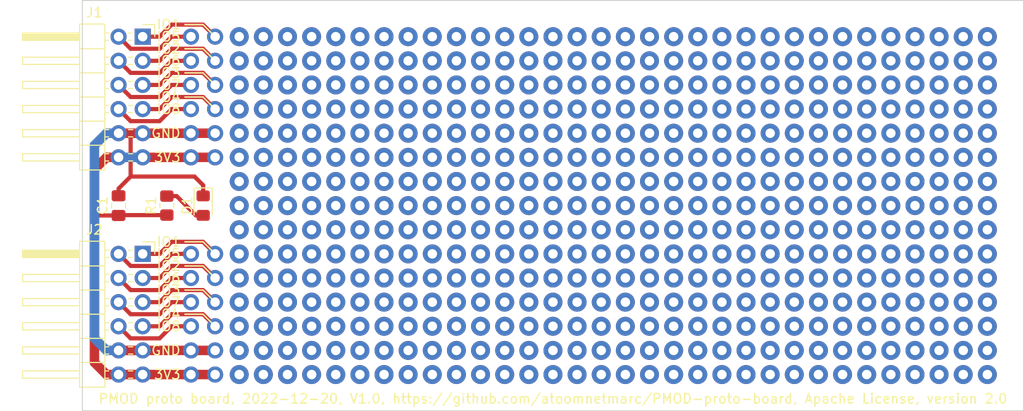
<source format=kicad_pcb>
(kicad_pcb (version 20211014) (generator pcbnew)
  (title_block (title "PMOD proto board") (date "2022-12-20") (rev "V1.0") (company "https://github.com/atoomnetmarc/PMOD-proto-board"))
  (layers (0 "F.Cu" signal) (31 "B.Cu" signal) (34 "B.Paste" user) (35 "F.Paste" user) (36 "B.SilkS" user "B.Silkscreen") (37 "F.SilkS" user "F.Silkscreen") (38 "B.Mask" user) (39 "F.Mask" user) (44 "Edge.Cuts" user))
  (net 0 "")
  (net 1 "GND")
  (net 2 "+3V3")
  (net 3 "/IO1A")
  (net 4 "/IO2A")
  (net 5 "/IO3A")
  (net 6 "/IO4A")
  (net 7 "/IO5A")
  (net 8 "/IO6A")
  (net 9 "/IO7A")
  (net 10 "/IO8A")
  (net 11 "/IO1B")
  (net 12 "/IO2B")
  (net 13 "/IO3B")
  (net 14 "/IO4B")
  (net 15 "/IO5B")
  (net 16 "/IO6B")
  (net 17 "/IO7B")
  (net 18 "/IO8B")
  (net 19 "Net-(D1-Pad2)")
  (footprint "TestPoint-extra:TestPoint_THTPad_D2.0mm_Drill1.0mm-naked" (layer "F.Cu") (at 231.14 127)
    (fp_text reference "REF**" hide)
    (fp_text value "TestPoint_THTPad_D2.0mm_Drill1.0mm-naked" hide)
  )
  (footprint "TestPoint-extra:TestPoint_THTPad_D2.0mm_Drill1.0mm-naked" (layer "F.Cu") (at 254 119.38)
    (fp_text reference "REF**" hide)
    (fp_text value "TestPoint_THTPad_D2.0mm_Drill1.0mm-naked" hide)
  )
  (footprint "TestPoint-extra:TestPoint_THTPad_D2.0mm_Drill1.0mm-naked" (layer "F.Cu") (at 264.16 129.54)
    (fp_text reference "REF**" hide)
    (fp_text value "TestPoint_THTPad_D2.0mm_Drill1.0mm-naked" hide)
  )
  (footprint "TestPoint-extra:TestPoint_THTPad_D2.0mm_Drill1.0mm-naked" (layer "F.Cu") (at 187.96 139.7)
    (fp_text reference "REF**" hide)
    (fp_text value "TestPoint_THTPad_D2.0mm_Drill1.0mm-naked" hide)
  )
  (footprint "TestPoint-extra:TestPoint_THTPad_D2.0mm_Drill1.0mm-naked" (layer "F.Cu") (at 203.2 124.46)
    (fp_text reference "REF**" hide)
    (fp_text value "TestPoint_THTPad_D2.0mm_Drill1.0mm-naked" hide)
  )
  (footprint "TestPoint-extra:TestPoint_THTPad_D2.0mm_Drill1.0mm-naked" (layer "F.Cu") (at 195.58 144.78)
    (fp_text reference "REF**" hide)
    (fp_text value "TestPoint_THTPad_D2.0mm_Drill1.0mm-naked" hide)
  )
  (footprint "TestPoint-extra:TestPoint_THTPad_D2.0mm_Drill1.0mm-naked" (layer "F.Cu") (at 238.76 124.46)
    (fp_text reference "REF**" hide)
    (fp_text value "TestPoint_THTPad_D2.0mm_Drill1.0mm-naked" hide)
  )
  (footprint "TestPoint-extra:TestPoint_THTPad_D2.0mm_Drill1.0mm-naked" (layer "F.Cu") (at 198.12 129.54)
    (fp_text reference "REF**" hide)
    (fp_text value "TestPoint_THTPad_D2.0mm_Drill1.0mm-naked" hide)
  )
  (footprint "TestPoint-extra:TestPoint_THTPad_D2.0mm_Drill1.0mm-naked" (layer "F.Cu") (at 259.08 134.62)
    (fp_text reference "REF**" hide)
    (fp_text value "TestPoint_THTPad_D2.0mm_Drill1.0mm-naked" hide)
  )
  (footprint "TestPoint-extra:TestPoint_THTPad_D2.0mm_Drill1.0mm-naked" (layer "F.Cu") (at 264.16 142.24)
    (fp_text reference "REF**" hide)
    (fp_text value "TestPoint_THTPad_D2.0mm_Drill1.0mm-naked" hide)
  )
  (footprint "TestPoint-extra:TestPoint_THTPad_D2.0mm_Drill1.0mm-naked" (layer "F.Cu") (at 218.44 121.92)
    (fp_text reference "REF**" hide)
    (fp_text value "TestPoint_THTPad_D2.0mm_Drill1.0mm-naked" hide)
  )
  (footprint "TestPoint-extra:TestPoint_THTPad_D2.0mm_Drill1.0mm-naked" (layer "F.Cu") (at 228.6 129.54)
    (fp_text reference "REF**" hide)
    (fp_text value "TestPoint_THTPad_D2.0mm_Drill1.0mm-naked" hide)
  )
  (footprint "TestPoint-extra:TestPoint_THTPad_D2.0mm_Drill1.0mm-naked" (layer "F.Cu") (at 190.5 134.62)
    (fp_text reference "REF**" hide)
    (fp_text value "TestPoint_THTPad_D2.0mm_Drill1.0mm-naked" hide)
  )
  (footprint "TestPoint-extra:TestPoint_THTPad_D2.0mm_Drill1.0mm-naked" (layer "F.Cu") (at 251.46 142.24)
    (fp_text reference "REF**" hide)
    (fp_text value "TestPoint_THTPad_D2.0mm_Drill1.0mm-naked" hide)
  )
  (footprint "TestPoint-extra:TestPoint_THTPad_D2.0mm_Drill1.0mm-naked" (layer "F.Cu") (at 231.14 129.54)
    (fp_text reference "REF**" hide)
    (fp_text value "TestPoint_THTPad_D2.0mm_Drill1.0mm-naked" hide)
  )
  (footprint "TestPoint-extra:TestPoint_THTPad_D2.0mm_Drill1.0mm-naked" (layer "F.Cu") (at 226.06 142.24)
    (fp_text reference "REF**" hide)
    (fp_text value "TestPoint_THTPad_D2.0mm_Drill1.0mm-naked" hide)
  )
  (footprint "TestPoint-extra:TestPoint_THTPad_D2.0mm_Drill1.0mm-naked" (layer "F.Cu") (at 251.46 134.62)
    (fp_text reference "REF**" hide)
    (fp_text value "TestPoint_THTPad_D2.0mm_Drill1.0mm-naked" hide)
  )
  (footprint "TestPoint-extra:TestPoint_THTPad_D2.0mm_Drill1.0mm-naked" (layer "F.Cu") (at 193.04 134.62)
    (fp_text reference "REF**" hide)
    (fp_text value "TestPoint_THTPad_D2.0mm_Drill1.0mm-naked" hide)
  )
  (footprint "TestPoint-extra:TestPoint_THTPad_D2.0mm_Drill1.0mm-naked" (layer "F.Cu") (at 228.6 114.3)
    (fp_text reference "REF**" hide)
    (fp_text value "TestPoint_THTPad_D2.0mm_Drill1.0mm-naked" hide)
  )
  (footprint "TestPoint-extra:TestPoint_THTPad_D2.0mm_Drill1.0mm-naked" (layer "F.Cu") (at 205.74 124.46)
    (fp_text reference "REF**" hide)
    (fp_text value "TestPoint_THTPad_D2.0mm_Drill1.0mm-naked" hide)
  )
  (footprint "TestPoint-extra:TestPoint_THTPad_D2.0mm_Drill1.0mm-naked" (layer "F.Cu") (at 210.82 124.46)
    (fp_text reference "REF**" hide)
    (fp_text value "TestPoint_THTPad_D2.0mm_Drill1.0mm-naked" hide)
  )
  (footprint "TestPoint-extra:TestPoint_THTPad_D2.0mm_Drill1.0mm-naked" (layer "F.Cu") (at 190.5 132.08)
    (fp_text reference "REF**" hide)
    (fp_text value "TestPoint_THTPad_D2.0mm_Drill1.0mm-naked" hide)
  )
  (footprint "TestPoint-extra:TestPoint_THTPad_D2.0mm_Drill1.0mm-naked" (layer "F.Cu") (at 220.98 127)
    (fp_text reference "REF**" hide)
    (fp_text value "TestPoint_THTPad_D2.0mm_Drill1.0mm-naked" hide)
  )
  (footprint "TestPoint-extra:TestPoint_THTPad_D2.0mm_Drill1.0mm-naked" (layer "F.Cu") (at 233.68 137.16)
    (fp_text reference "REF**" hide)
    (fp_text value "TestPoint_THTPad_D2.0mm_Drill1.0mm-naked" hide)
  )
  (footprint "TestPoint-extra:TestPoint_THTPad_D2.0mm_Drill1.0mm-naked" (layer "F.Cu") (at 256.54 142.24)
    (fp_text reference "REF**" hide)
    (fp_text value "TestPoint_THTPad_D2.0mm_Drill1.0mm-naked" hide)
  )
  (footprint "TestPoint-extra:TestPoint_THTPad_D2.0mm_Drill1.0mm-naked" (layer "F.Cu") (at 254 116.84)
    (fp_text reference "REF**" hide)
    (fp_text value "TestPoint_THTPad_D2.0mm_Drill1.0mm-naked" hide)
  )
  (footprint "Connector_PinHeader_2.54mm-extra:PinHeader_2x06_P2.54mm_Horizontal_Top_Bottom" (layer "F.Cu") (at 175.26 109.22)
    (fp_text reference "J1")
    (fp_text value "Conn_02x06_Top_Bottom")
  )
  (footprint "TestPoint-extra:TestPoint_THTPad_D2.0mm_Drill1.0mm-naked" (layer "F.Cu") (at 218.44 137.16)
    (fp_text reference "REF**" hide)
    (fp_text value "TestPoint_THTPad_D2.0mm_Drill1.0mm-naked" hide)
  )
  (footprint "TestPoint-extra:TestPoint_THTPad_D2.0mm_Drill1.0mm-naked" (layer "F.Cu") (at 218.44 109.22)
    (fp_text reference "REF**" hide)
    (fp_text value "TestPoint_THTPad_D2.0mm_Drill1.0mm-naked" hide)
  )
  (footprint "TestPoint-extra:TestPoint_THTPad_D2.0mm_Drill1.0mm-naked" (layer "F.Cu") (at 264.16 109.22)
    (fp_text reference "REF**" hide)
    (fp_text value "TestPoint_THTPad_D2.0mm_Drill1.0mm-naked" hide)
  )
  (footprint "TestPoint-extra:TestPoint_THTPad_D2.0mm_Drill1.0mm-naked" (layer "F.Cu") (at 218.44 127)
    (fp_text reference "REF**" hide)
    (fp_text value "TestPoint_THTPad_D2.0mm_Drill1.0mm-naked" hide)
  )
  (footprint "TestPoint-extra:TestPoint_THTPad_D2.0mm_Drill1.0mm-naked" (layer "F.Cu") (at 261.62 132.08)
    (fp_text reference "REF**" hide)
    (fp_text value "TestPoint_THTPad_D2.0mm_Drill1.0mm-naked" hide)
  )
  (footprint "TestPoint-extra:TestPoint_THTPad_D2.0mm_Drill1.0mm-naked" (layer "F.Cu") (at 259.08 114.3)
    (fp_text reference "REF**" hide)
    (fp_text value "TestPoint_THTPad_D2.0mm_Drill1.0mm-naked" hide)
  )
  (footprint "TestPoint-extra:TestPoint_THTPad_D2.0mm_Drill1.0mm-naked" (layer "F.Cu") (at 246.38 132.08)
    (fp_text reference "REF**" hide)
    (fp_text value "TestPoint_THTPad_D2.0mm_Drill1.0mm-naked" hide)
  )
  (footprint "TestPoint-extra:TestPoint_THTPad_D2.0mm_Drill1.0mm-naked" (layer "F.Cu") (at 220.98 124.46)
    (fp_text reference "REF**" hide)
    (fp_text value "TestPoint_THTPad_D2.0mm_Drill1.0mm-naked" hide)
  )
  (footprint "" (layer "F.Cu") (at 182.88 142.24)
    (fp_text reference "")
    (fp_text value "")
  )
  (footprint "TestPoint-extra:TestPoint_THTPad_D2.0mm_Drill1.0mm-naked" (layer "F.Cu") (at 238.76 121.92)
    (fp_text reference "REF**" hide)
    (fp_text value "TestPoint_THTPad_D2.0mm_Drill1.0mm-naked" hide)
  )
  (footprint "TestPoint-extra:TestPoint_THTPad_D2.0mm_Drill1.0mm-naked" (layer "F.Cu") (at 254 132.08)
    (fp_text reference "REF**" hide)
    (fp_text value "TestPoint_THTPad_D2.0mm_Drill1.0mm-naked" hide)
  )
  (footprint "TestPoint-extra:TestPoint_THTPad_D2.0mm_Drill1.0mm-naked" (layer "F.Cu") (at 187.96 127)
    (fp_text reference "REF**" hide)
    (fp_text value "TestPoint_THTPad_D2.0mm_Drill1.0mm-naked" hide)
  )
  (footprint "TestPoint-extra:TestPoint_THTPad_D2.0mm_Drill1.0mm-naked" (layer "F.Cu") (at 248.92 137.16)
    (fp_text reference "REF**" hide)
    (fp_text value "TestPoint_THTPad_D2.0mm_Drill1.0mm-naked" hide)
  )
  (footprint "TestPoint-extra:TestPoint_THTPad_D2.0mm_Drill1.0mm-naked" (layer "F.Cu") (at 208.28 134.62)
    (fp_text reference "REF**" hide)
    (fp_text value "TestPoint_THTPad_D2.0mm_Drill1.0mm-naked" hide)
  )
  (footprint "TestPoint-extra:TestPoint_THTPad_D2.0mm_Drill1.0mm-naked" (layer "F.Cu") (at 190.5 142.24)
    (fp_text reference "REF**" hide)
    (fp_text value "TestPoint_THTPad_D2.0mm_Drill1.0mm-naked" hide)
  )
  (footprint "TestPoint-extra:TestPoint_THTPad_D2.0mm_Drill1.0mm-naked" (layer "F.Cu") (at 226.06 114.3)
    (fp_text reference "REF**" hide)
    (fp_text value "TestPoint_THTPad_D2.0mm_Drill1.0mm-naked" hide)
  )
  (footprint "TestPoint-extra:TestPoint_THTPad_D2.0mm_Drill1.0mm-naked" (layer "F.Cu") (at 259.08 124.46)
    (fp_text reference "REF**" hide)
    (fp_text value "TestPoint_THTPad_D2.0mm_Drill1.0mm-naked" hide)
  )
  (footprint "TestPoint-extra:TestPoint_THTPad_D2.0mm_Drill1.0mm-naked" (layer "F.Cu") (at 195.58 134.62)
    (fp_text reference "REF**" hide)
    (fp_text value "TestPoint_THTPad_D2.0mm_Drill1.0mm-naked" hide)
  )
  (footprint "TestPoint-extra:TestPoint_THTPad_D2.0mm_Drill1.0mm-naked" (layer "F.Cu") (at 218.44 119.38)
    (fp_text reference "REF**" hide)
    (fp_text value "TestPoint_THTPad_D2.0mm_Drill1.0mm-naked" hide)
  )
  (footprint "TestPoint-extra:TestPoint_THTPad_D2.0mm_Drill1.0mm-naked" (layer "F.Cu") (at 259.08 109.22)
    (fp_text reference "REF**" hide)
    (fp_text value "TestPoint_THTPad_D2.0mm_Drill1.0mm-naked" hide)
  )
  (footprint "LED_SMD:LED_0805_2012Metric_Pad1.15x1.40mm_HandSolder" (layer "F.Cu") (at 181.625 127 -90)
    (fp_text reference "D1")
    (fp_text value "Blue")
  )
  (footprint "TestPoint-extra:TestPoint_THTPad_D2.0mm_Drill1.0mm-naked" (layer "F.Cu") (at 243.84 114.3)
    (fp_text reference "REF**" hide)
    (fp_text value "TestPoint_THTPad_D2.0mm_Drill1.0mm-naked" hide)
  )
  (footprint "TestPoint-extra:TestPoint_THTPad_D2.0mm_Drill1.0mm-naked" (layer "F.Cu") (at 248.92 109.22)
    (fp_text reference "REF**" hide)
    (fp_text value "TestPoint_THTPad_D2.0mm_Drill1.0mm-naked" hide)
  )
  (footprint "TestPoint-extra:TestPoint_THTPad_D2.0mm_Drill1.0mm-naked" (layer "F.Cu") (at 259.08 139.7)
    (fp_text reference "REF**" hide)
    (fp_text value "TestPoint_THTPad_D2.0mm_Drill1.0mm-naked" hide)
  )
  (footprint "TestPoint-extra:TestPoint_THTPad_D2.0mm_Drill1.0mm-naked" (layer "F.Cu") (at 256.54 139.7)
    (fp_text reference "REF**" hide)
    (fp_text value "TestPoint_THTPad_D2.0mm_Drill1.0mm-naked" hide)
  )
  (footprint "TestPoint-extra:TestPoint_THTPad_D2.0mm_Drill1.0mm-naked" (layer "F.Cu") (at 190.5 139.7)
    (fp_text reference "REF**" hide)
    (fp_text value "TestPoint_THTPad_D2.0mm_Drill1.0mm-naked" hide)
  )
  (footprint "TestPoint-extra:TestPoint_THTPad_D2.0mm_Drill1.0mm-naked" (layer "F.Cu") (at 261.62 137.16)
    (fp_text reference "REF**" hide)
    (fp_text value "TestPoint_THTPad_D2.0mm_Drill1.0mm-naked" hide)
  )
  (footprint "TestPoint-extra:TestPoint_THTPad_D2.0mm_Drill1.0mm-naked" (layer "F.Cu") (at 208.28 132.08)
    (fp_text reference "REF**" hide)
    (fp_text value "TestPoint_THTPad_D2.0mm_Drill1.0mm-naked" hide)
  )
  (footprint "TestPoint-extra:TestPoint_THTPad_D2.0mm_Drill1.0mm-naked" (layer "F.Cu") (at 210.82 139.7)
    (fp_text reference "REF**" hide)
    (fp_text value "TestPoint_THTPad_D2.0mm_Drill1.0mm-naked" hide)
  )
  (footprint "TestPoint-extra:TestPoint_THTPad_D2.0mm_Drill1.0mm-naked" (layer "F.Cu") (at 195.58 142.24)
    (fp_text reference "REF**" hide)
    (fp_text value "TestPoint_THTPad_D2.0mm_Drill1.0mm-naked" hide)
  )
  (footprint "TestPoint-extra:TestPoint_THTPad_D2.0mm_Drill1.0mm-naked" (layer "F.Cu") (at 236.22 111.76)
    (fp_text reference "REF**" hide)
    (fp_text value "TestPoint_THTPad_D2.0mm_Drill1.0mm-naked" hide)
  )
  (footprint "TestPoint-extra:TestPoint_THTPad_D2.0mm_Drill1.0mm-naked" (layer "F.Cu") (at 205.74 142.24)
    (fp_text reference "REF**" hide)
    (fp_text value "TestPoint_THTPad_D2.0mm_Drill1.0mm-naked" hide)
  )
  (footprint "TestPoint-extra:TestPoint_THTPad_D2.0mm_Drill1.0mm-naked" (layer "F.Cu") (at 190.5 121.92)
    (fp_text reference "REF**" hide)
    (fp_text value "TestPoint_THTPad_D2.0mm_Drill1.0mm-naked" hide)
  )
  (footprint "TestPoint-extra:TestPoint_THTPad_D2.0mm_Drill1.0mm-naked" (layer "F.Cu") (at 259.08 144.78)
    (fp_text reference "REF**" hide)
    (fp_text value "TestPoint_THTPad_D2.0mm_Drill1.0mm-naked" hide)
  )
  (footprint "TestPoint-extra:TestPoint_THTPad_D2.0mm_Drill1.0mm-naked" (layer "F.Cu") (at 254 142.24)
    (fp_text reference "REF**" hide)
    (fp_text value "TestPoint_THTPad_D2.0mm_Drill1.0mm-naked" hide)
  )
  (footprint "Resistor_SMD:R_0805_2012Metric_Pad1.20x1.40mm_HandSolder" (layer "F.Cu") (at 177.8 127 90)
    (fp_text reference "R1")
    (fp_text value "470")
  )
  (footprint "TestPoint-extra:TestPoint_THTPad_D2.0mm_Drill1.0mm-naked" (layer "F.Cu") (at 215.9 109.22)
    (fp_text reference "REF**" hide)
    (fp_text value "TestPoint_THTPad_D2.0mm_Drill1.0mm-naked" hide)
  )
  (footprint "TestPoint-extra:TestPoint_THTPad_D2.0mm_Drill1.0mm-naked" (layer "F.Cu") (at 228.6 121.92)
    (fp_text reference "REF**" hide)
    (fp_text value "TestPoint_THTPad_D2.0mm_Drill1.0mm-naked" hide)
  )
  (footprint "TestPoint-extra:TestPoint_THTPad_D2.0mm_Drill1.0mm-naked" (layer "F.Cu") (at 215.9 129.54)
    (fp_text reference "REF**" hide)
    (fp_text value "TestPoint_THTPad_D2.0mm_Drill1.0mm-naked" hide)
  )
  (footprint "TestPoint-extra:TestPoint_THTPad_D2.0mm_Drill1.0mm-naked" (layer "F.Cu") (at 236.22 132.08)
    (fp_text reference "REF**" hide)
    (fp_text value "TestPoint_THTPad_D2.0mm_Drill1.0mm-naked" hide)
  )
  (footprint "TestPoint-extra:TestPoint_THTPad_D2.0mm_Drill1.0mm-naked" (layer "F.Cu") (at 185.42 132.08)
    (fp_text reference "REF**" hide)
    (fp_text value "TestPoint_THTPad_D2.0mm_Drill1.0mm-naked" hide)
  )
  (footprint "TestPoint-extra:TestPoint_THTPad_D2.0mm_Drill1.0mm-naked" (layer "F.Cu") (at 208.28 119.38)
    (fp_text reference "REF**" hide)
    (fp_text value "TestPoint_THTPad_D2.0mm_Drill1.0mm-naked" hide)
  )
  (footprint "TestPoint-extra:TestPoint_THTPad_D2.0mm_Drill1.0mm-naked" (layer "F.Cu") (at 185.42 129.54)
    (fp_text reference "REF**" hide)
    (fp_text value "TestPoint_THTPad_D2.0mm_Drill1.0mm-naked" hide)
  )
  (footprint "TestPoint-extra:TestPoint_THTPad_D2.0mm_Drill1.0mm-naked" (layer "F.Cu") (at 259.08 119.38)
    (fp_text reference "REF**" hide)
    (fp_text value "TestPoint_THTPad_D2.0mm_Drill1.0mm-naked" hide)
  )
  (footprint "TestPoint-extra:TestPoint_THTPad_D2.0mm_Drill1.0mm-naked" (layer "F.Cu") (at 205.74 134.62)
    (fp_text reference "REF**" hide)
    (fp_text value "TestPoint_THTPad_D2.0mm_Drill1.0mm-naked" hide)
  )
  (footprint "TestPoint-extra:TestPoint_THTPad_D2.0mm_Drill1.0mm-naked" (layer "F.Cu") (at 264.16 134.62)
    (fp_text reference "REF**" hide)
    (fp_text value "TestPoint_THTPad_D2.0mm_Drill1.0mm-naked" hide)
  )
  (footprint "TestPoint-extra:TestPoint_THTPad_D2.0mm_Drill1.0mm-naked" (layer "F.Cu") (at 246.38 129.54)
    (fp_text reference "REF**" hide)
    (fp_text value "TestPoint_THTPad_D2.0mm_Drill1.0mm-naked" hide)
  )
  (footprint "TestPoint-extra:TestPoint_THTPad_D2.0mm_Drill1.0mm-naked" (layer "F.Cu") (at 231.14 137.16)
    (fp_text reference "REF**" hide)
    (fp_text value "TestPoint_THTPad_D2.0mm_Drill1.0mm-naked" hide)
  )
  (footprint "TestPoint-extra:TestPoint_THTPad_D2.0mm_Drill1.0mm-naked" (layer "F.Cu") (at 261.62 121.92)
    (fp_text reference "REF**" hide)
    (fp_text value "TestPoint_THTPad_D2.0mm_Drill1.0mm-naked" hide)
  )
  (footprint "TestPoint-extra:TestPoint_THTPad_D2.0mm_Drill1.0mm-naked" (layer "F.Cu") (at 185.42 134.62)
    (fp_text reference "REF**" hide)
    (fp_text value "TestPoint_THTPad_D2.0mm_Drill1.0mm-naked" hide)
  )
  (footprint "TestPoint-extra:TestPoint_THTPad_D2.0mm_Drill1.0mm-naked" (layer "F.Cu") (at 256.54 124.46)
    (fp_text reference "REF**" hide)
    (fp_text value "TestPoint_THTPad_D2.0mm_Drill1.0mm-naked" hide)
  )
  (footprint "TestPoint-extra:TestPoint_THTPad_D2.0mm_Drill1.0mm-naked" (layer "F.Cu") (at 261.62 129.54)
    (fp_text reference "REF**" hide)
    (fp_text value "TestPoint_THTPad_D2.0mm_Drill1.0mm-naked" hide)
  )
  (footprint "TestPoint-extra:TestPoint_THTPad_D2.0mm_Drill1.0mm-naked" (layer "F.Cu") (at 210.82 119.38)
    (fp_text reference "REF**" hide)
    (fp_text value "TestPoint_THTPad_D2.0mm_Drill1.0mm-naked" hide)
  )
  (footprint "TestPoint-extra:TestPoint_THTPad_D2.0mm_Drill1.0mm-naked" (layer "F.Cu") (at 223.52 116.84)
    (fp_text reference "REF**" hide)
    (fp_text value "TestPoint_THTPad_D2.0mm_Drill1.0mm-naked" hide)
  )
  (footprint "TestPoint-extra:TestPoint_THTPad_D2.0mm_Drill1.0mm-naked" (layer "F.Cu") (at 226.06 116.84)
    (fp_text reference "REF**" hide)
    (fp_text value "TestPoint_THTPad_D2.0mm_Drill1.0mm-naked" hide)
  )
  (footprint "TestPoint-extra:TestPoint_THTPad_D2.0mm_Drill1.0mm-naked" (layer "F.Cu") (at 218.44 116.84)
    (fp_text reference "REF**" hide)
    (fp_text value "TestPoint_THTPad_D2.0mm_Drill1.0mm-naked" hide)
  )
  (footprint "TestPoint-extra:TestPoint_THTPad_D2.0mm_Drill1.0mm-naked" (layer "F.Cu") (at 246.38 114.3)
    (fp_text reference "REF**" hide)
    (fp_text value "TestPoint_THTPad_D2.0mm_Drill1.0mm-naked" hide)
  )
  (footprint "TestPoint-extra:TestPoint_THTPad_D2.0mm_Drill1.0mm-naked" (layer "F.Cu") (at 195.58 124.46)
    (fp_text reference "REF**" hide)
    (fp_text value "TestPoint_THTPad_D2.0mm_Drill1.0mm-naked" hide)
  )
  (footprint "TestPoint-extra:TestPoint_THTPad_D2.0mm_Drill1.0mm-naked" (layer "F.Cu") (at 243.84 134.62)
    (fp_text reference "REF**" hide)
    (fp_text value "TestPoint_THTPad_D2.0mm_Drill1.0mm-naked" hide)
  )
  (footprint "TestPoint-extra:TestPoint_THTPad_D2.0mm_Drill1.0mm-naked" (layer "F.Cu") (at 203.2 134.62)
    (fp_text reference "REF**" hide)
    (fp_text value "TestPoint_THTPad_D2.0mm_Drill1.0mm-naked" hide)
  )
  (footprint "TestPoint-extra:TestPoint_THTPad_D2.0mm_Drill1.0mm-naked" (layer "F.Cu") (at 243.84 129.54)
    (fp_text reference "REF**" hide)
    (fp_text value "TestPoint_THTPad_D2.0mm_Drill1.0mm-naked" hide)
  )
  (footprint "TestPoint-extra:TestPoint_THTPad_D2.0mm_Drill1.0mm-naked" (layer "F.Cu") (at 215.9 139.7)
    (fp_text reference "REF**" hide)
    (fp_text value "TestPoint_THTPad_D2.0mm_Drill1.0mm-naked" hide)
  )
  (footprint "" (layer "F.Cu") (at 180.34 144.78)
    (fp_text reference "")
    (fp_text value "")
  )
  (footprint "TestPoint-extra:TestPoint_THTPad_D2.0mm_Drill1.0mm-naked" (layer "F.Cu") (at 200.66 144.78)
    (fp_text reference "REF**" hide)
    (fp_text value "TestPoint_THTPad_D2.0mm_Drill1.0mm-naked" hide)
  )
  (footprint "TestPoint-extra:TestPoint_THTPad_D2.0mm_Drill1.0mm-naked" (layer "F.Cu") (at 213.36 121.92)
    (fp_text reference "REF**" hide)
    (fp_text value "TestPoint_THTPad_D2.0mm_Drill1.0mm-naked" hide)
  )
  (footprint "TestPoint-extra:TestPoint_THTPad_D2.0mm_Drill1.0mm-naked" (layer "F.Cu") (at 220.98 111.76)
    (fp_text reference "REF**" hide)
    (fp_text value "TestPoint_THTPad_D2.0mm_Drill1.0mm-naked" hide)
  )
  (footprint "TestPoint-extra:TestPoint_THTPad_D2.0mm_Drill1.0mm-naked" (layer "F.Cu") (at 254 124.46)
    (fp_text reference "REF**" hide)
    (fp_text value "TestPoint_THTPad_D2.0mm_Drill1.0mm-naked" hide)
  )
  (footprint "TestPoint-extra:TestPoint_THTPad_D2.0mm_Drill1.0mm-naked" (layer "F.Cu") (at 233.68 127)
    (fp_text reference "REF**" hide)
    (fp_text value "TestPoint_THTPad_D2.0mm_Drill1.0mm-naked" hide)
  )
  (footprint "TestPoint-extra:TestPoint_THTPad_D2.0mm_Drill1.0mm-naked" (layer "F.Cu") (at 223.52 121.92)
    (fp_text reference "REF**" hide)
    (fp_text value "TestPoint_THTPad_D2.0mm_Drill1.0mm-naked" hide)
  )
  (footprint "TestPoint-extra:TestPoint_THTPad_D2.0mm_Drill1.0mm-naked" (layer "F.Cu") (at 228.6 119.38)
    (fp_text reference "REF**" hide)
    (fp_text value "TestPoint_THTPad_D2.0mm_Drill1.0mm-naked" hide)
  )
  (footprint "TestPoint-extra:TestPoint_THTPad_D2.0mm_Drill1.0mm-naked" (layer "F.Cu") (at 190.5 137.16)
    (fp_text reference "REF**" hide)
    (fp_text value "TestPoint_THTPad_D2.0mm_Drill1.0mm-naked" hide)
  )
  (footprint "TestPoint-extra:TestPoint_THTPad_D2.0mm_Drill1.0mm-naked" (layer "F.Cu") (at 208.28 142.24)
    (fp_text reference "REF**" hide)
    (fp_text value "TestPoint_THTPad_D2.0mm_Drill1.0mm-naked" hide)
  )
  (footprint "TestPoint-extra:TestPoint_THTPad_D2.0mm_Drill1.0mm-naked" (layer "F.Cu") (at 243.84 142.24)
    (fp_text reference "REF**" hide)
    (fp_text value "TestPoint_THTPad_D2.0mm_Drill1.0mm-naked" hide)
  )
  (footprint "TestPoint-extra:TestPoint_THTPad_D2.0mm_Drill1.0mm-naked" (layer "F.Cu") (at 241.3 127)
    (fp_text reference "REF**" hide)
    (fp_text value "TestPoint_THTPad_D2.0mm_Drill1.0mm-naked" hide)
  )
  (footprint "TestPoint-extra:TestPoint_THTPad_D2.0mm_Drill1.0mm-naked" (layer "F.Cu") (at 226.06 119.38)
    (fp_text reference "REF**" hide)
    (fp_text value "TestPoint_THTPad_D2.0mm_Drill1.0mm-naked" hide)
  )
  (footprint "TestPoint-extra:TestPoint_THTPad_D2.0mm_Drill1.0mm-naked" (layer "F.Cu") (at 187.96 109.22)
    (fp_text reference "REF**" hide)
    (fp_text value "TestPoint_THTPad_D2.0mm_Drill1.0mm-naked" hide)
  )
  (footprint "TestPoint-extra:TestPoint_THTPad_D2.0mm_Drill1.0mm-naked" (layer "F.Cu") (at 264.16 114.3)
    (fp_text reference "REF**" hide)
    (fp_text value "TestPoint_THTPad_D2.0mm_Drill1.0mm-naked" hide)
  )
  (footprint "TestPoint-extra:TestPoint_THTPad_D2.0mm_Drill1.0mm-naked" (layer "F.Cu") (at 213.36 119.38)
    (fp_text reference "REF**" hide)
    (fp_text value "TestPoint_THTPad_D2.0mm_Drill1.0mm-naked" hide)
  )
  (footprint "TestPoint-extra:TestPoint_THTPad_D2.0mm_Drill1.0mm-naked" (layer "F.Cu") (at 185.42 137.16)
    (fp_text reference "REF**" hide)
    (fp_text value "TestPoint_THTPad_D2.0mm_Drill1.0mm-naked" hide)
  )
  (footprint "TestPoint-extra:TestPoint_THTPad_D2.0mm_Drill1.0mm-naked" (layer "F.Cu") (at 215.9 116.84)
    (fp_text reference "REF**" hide)
    (fp_text value "TestPoint_THTPad_D2.0mm_Drill1.0mm-naked" hide)
  )
  (footprint "TestPoint-extra:TestPoint_THTPad_D2.0mm_Drill1.0mm-naked" (layer "F.Cu") (at 241.3 142.24)
    (fp_text reference "REF**" hide)
    (fp_text value "TestPoint_THTPad_D2.0mm_Drill1.0mm-naked" hide)
  )
  (footprint "TestPoint-extra:TestPoint_THTPad_D2.0mm_Drill1.0mm-naked" (layer "F.Cu") (at 228.6 142.24)
    (fp_text reference "REF**" hide)
    (fp_text value "TestPoint_THTPad_D2.0mm_Drill1.0mm-naked" hide)
  )
  (footprint "TestPoint-extra:TestPoint_THTPad_D2.0mm_Drill1.0mm-naked" (layer "F.Cu") (at 231.14 134.62)
    (fp_text reference "REF**" hide)
    (fp_text value "TestPoint_THTPad_D2.0mm_Drill1.0mm-naked" hide)
  )
  (footprint "TestPoint-extra:TestPoint_THTPad_D2.0mm_Drill1.0mm-naked" (layer "F.Cu") (at 248.92 134.62)
    (fp_text reference "REF**" hide)
    (fp_text value "TestPoint_THTPad_D2.0mm_Drill1.0mm-naked" hide)
  )
  (footprint "TestPoint-extra:TestPoint_THTPad_D2.0mm_Drill1.0mm-naked" (layer "F.Cu") (at 236.22 127)
    (fp_text reference "REF**" hide)
    (fp_text value "TestPoint_THTPad_D2.0mm_Drill1.0mm-naked" hide)
  )
  (footprint "TestPoint-extra:TestPoint_THTPad_D2.0mm_Drill1.0mm-naked" (layer "F.Cu") (at 203.2 142.24)
    (fp_text reference "REF**" hide)
    (fp_text value "TestPoint_THTPad_D2.0mm_Drill1.0mm-naked" hide)
  )
  (footprint "TestPoint-extra:TestPoint_THTPad_D2.0mm_Drill1.0mm-naked" (layer "F.Cu") (at 210.82 132.08)
    (fp_text reference "REF**" hide)
    (fp_text value "TestPoint_THTPad_D2.0mm_Drill1.0mm-naked" hide)
  )
  (footprint "TestPoint-extra:TestPoint_THTPad_D2.0mm_Drill1.0mm-naked" (layer "F.Cu") (at 215.9 119.38)
    (fp_text reference "REF**" hide)
    (fp_text value "TestPoint_THTPad_D2.0mm_Drill1.0mm-naked" hide)
  )
  (footprint "TestPoint-extra:TestPoint_THTPad_D2.0mm_Drill1.0mm-naked" (layer "F.Cu") (at 231.14 144.78)
    (fp_text reference "REF**" hide)
    (fp_text value "TestPoint_THTPad_D2.0mm_Drill1.0mm-naked" hide)
  )
  (footprint "TestPoint-extra:TestPoint_THTPad_D2.0mm_Drill1.0mm-naked" (layer "F.Cu") (at 200.66 109.22)
    (fp_text reference "REF**" hide)
    (fp_text value "TestPoint_THTPad_D2.0mm_Drill1.0mm-naked" hide)
  )
  (footprint "TestPoint-extra:TestPoint_THTPad_D2.0mm_Drill1.0mm-naked" (layer "F.Cu") (at 198.12 142.24)
    (fp_text reference "REF**" hide)
    (fp_text value "TestPoint_THTPad_D2.0mm_Drill1.0mm-naked" hide)
  )
  (footprint "TestPoint-extra:TestPoint_THTPad_D2.0mm_Drill1.0mm-naked" (layer "F.Cu") (at 208.28 139.7)
    (fp_text reference "REF**" hide)
    (fp_text value "TestPoint_THTPad_D2.0mm_Drill1.0mm-naked" hide)
  )
  (footprint "TestPoint-extra:TestPoint_THTPad_D2.0mm_Drill1.0mm-naked" (layer "F.Cu") (at 205.74 132.08)
    (fp_text reference "REF**" hide)
    (fp_text value "TestPoint_THTPad_D2.0mm_Drill1.0mm-naked" hide)
  )
  (footprint "TestPoint-extra:TestPoint_THTPad_D1.7mm_Drill1.0mm-naked" (layer "F.Cu") (at 182.88 111.76)
    (fp_text reference "TP3" hide)
    (fp_text value "TestPoint" hide)
  )
  (footprint "TestPoint-extra:TestPoint_THTPad_D2.0mm_Drill1.0mm-naked" (layer "F.Cu") (at 246.38 119.38)
    (fp_text reference "REF**" hide)
    (fp_text value "TestPoint_THTPad_D2.0mm_Drill1.0mm-naked" hide)
  )
  (footprint "TestPoint-extra:TestPoint_THTPad_D2.0mm_Drill1.0mm-naked" (layer "F.Cu") (at 215.9 111.76)
    (fp_text reference "REF**" hide)
    (fp_text value "TestPoint_THTPad_D2.0mm_Drill1.0mm-naked" hide)
  )
  (footprint "TestPoint-extra:TestPoint_THTPad_D2.0mm_Drill1.0mm-naked" (layer "F.Cu") (at 233.68 124.46)
    (fp_text reference "REF**" hide)
    (fp_text value "TestPoint_THTPad_D2.0mm_Drill1.0mm-naked" hide)
  )
  (footprint "TestPoint-extra:TestPoint_THTPad_D2.0mm_Drill1.0mm-naked" (layer "F.Cu") (at 208.28 121.92)
    (fp_text reference "REF**" hide)
    (fp_text value "TestPoint_THTPad_D2.0mm_Drill1.0mm-naked" hide)
  )
  (footprint "TestPoint-extra:TestPoint_THTPad_D1.7mm_Drill1.0mm-naked" (layer "F.Cu") (at 180.34 121.92)
    (fp_text reference "" hide)
    (fp_text value "TestPoint_THTPad_D1.7mm_Drill1.0mm-naked" hide)
  )
  (footprint "TestPoint-extra:TestPoint_THTPad_D2.0mm_Drill1.0mm-naked" (layer "F.Cu") (at 193.04 129.54)
    (fp_text reference "REF**" hide)
    (fp_text value "TestPoint_THTPad_D2.0mm_Drill1.0mm-naked" hide)
  )
  (footprint "TestPoint-extra:TestPoint_THTPad_D2.0mm_Drill1.0mm-naked" (layer "F.Cu") (at 238.76 111.76)
    (fp_text reference "REF**" hide)
    (fp_text value "TestPoint_THTPad_D2.0mm_Drill1.0mm-naked" hide)
  )
  (footprint "TestPoint-extra:TestPoint_THTPad_D2.0mm_Drill1.0mm-naked" (layer "F.Cu") (at 213.36 111.76)
    (fp_text reference "REF**" hide)
    (fp_text value "TestPoint_THTPad_D2.0mm_Drill1.0mm-naked" hide)
  )
  (footprint "TestPoint-extra:TestPoint_THTPad_D2.0mm_Drill1.0mm-naked" (layer "F.Cu") (at 243.84 137.16)
    (fp_text reference "REF**" hide)
    (fp_text value "TestPoint_THTPad_D2.0mm_Drill1.0mm-naked" hide)
  )
  (footprint "TestPoint-extra:TestPoint_THTPad_D2.0mm_Drill1.0mm-naked" (layer "F.Cu") (at 226.06 137.16)
    (fp_text reference "REF**" hide)
    (fp_text value "TestPoint_THTPad_D2.0mm_Drill1.0mm-naked" hide)
  )
  (footprint "TestPoint-extra:TestPoint_THTPad_D2.0mm_Drill1.0mm-naked" (layer "F.Cu") (at 231.14 139.7)
    (fp_text reference "REF**" hide)
    (fp_text value "TestPoint_THTPad_D2.0mm_Drill1.0mm-naked" hide)
  )
  (footprint "TestPoint-extra:TestPoint_THTPad_D2.0mm_Drill1.0mm-naked" (layer "F.Cu") (at 246.38 109.22)
    (fp_text reference "REF**" hide)
    (fp_text value "TestPoint_THTPad_D2.0mm_Drill1.0mm-naked" hide)
  )
  (footprint "TestPoint-extra:TestPoint_THTPad_D2.0mm_Drill1.0mm-naked" (layer "F.Cu") (at 259.08 116.84)
    (fp_text reference "REF**" hide)
    (fp_text value "TestPoint_THTPad_D2.0mm_Drill1.0mm-naked" hide)
  )
  (footprint "TestPoint-extra:TestPoint_THTPad_D2.0mm_Drill1.0mm-naked" (layer "F.Cu") (at 231.14 119.38)
    (fp_text reference "REF**" hide)
    (fp_text value "TestPoint_THTPad_D2.0mm_Drill1.0mm-naked" hide)
  )
  (footprint "TestPoint-extra:TestPoint_THTPad_D2.0mm_Drill1.0mm-naked" (layer "F.Cu") (at 241.3 137.16)
    (fp_text reference "REF**" hide)
    (fp_text value "TestPoint_THTPad_D2.0mm_Drill1.0mm-naked" hide)
  )
  (footprint "" (layer "F.Cu") (at 180.34 142.24)
    (fp_text reference "")
    (fp_text value "")
  )
  (footprint "TestPoint-extra:TestPoint_THTPad_D2.0mm_Drill1.0mm-naked" (layer "F.Cu") (at 256.54 144.78)
    (fp_text reference "REF**" hide)
    (fp_text value "TestPoint_THTPad_D2.0mm_Drill1.0mm-naked" hide)
  )
  (footprint "TestPoint-extra:TestPoint_THTPad_D2.0mm_Drill1.0mm-naked" (layer "F.Cu") (at 231.14 116.84)
    (fp_text reference "REF**" hide)
    (fp_text value "TestPoint_THTPad_D2.0mm_Drill1.0mm-naked" hide)
  )
  (footprint "TestPoint-extra:TestPoint_THTPad_D2.0mm_Drill1.0mm-naked" (layer "F.Cu") (at 233.68 114.3)
    (fp_text reference "REF**" hide)
    (fp_text value "TestPoint_THTPad_D2.0mm_Drill1.0mm-naked" hide)
  )
  (footprint "TestPoint-extra:TestPoint_THTPad_D2.0mm_Drill1.0mm-naked" (layer "F.Cu") (at 187.96 142.24)
    (fp_text reference "REF**" hide)
    (fp_text value "TestPoint_THTPad_D2.0mm_Drill1.0mm-naked" hide)
  )
  (footprint "TestPoint-extra:TestPoint_THTPad_D2.0mm_Drill1.0mm-naked" (layer "F.Cu") (at 215.9 121.92)
    (fp_text reference "REF**" hide)
    (fp_text value "TestPoint_THTPad_D2.0mm_Drill1.0mm-naked" hide)
  )
  (footprint "TestPoint-extra:TestPoint_THTPad_D2.0mm_Drill1.0mm-naked" (layer "F.Cu") (at 215.9 142.24)
    (fp_text reference "REF**" hide)
    (fp_text value "TestPoint_THTPad_D2.0mm_Drill1.0mm-naked" hide)
  )
  (footprint "TestPoint-extra:TestPoint_THTPad_D2.0mm_Drill1.0mm-naked" (layer "F.Cu") (at 236.22 114.3)
    (fp_text reference "REF**" hide)
    (fp_text value "TestPoint_THTPad_D2.0mm_Drill1.0mm-naked" hide)
  )
  (footprint "TestPoint-extra:TestPoint_THTPad_D2.0mm_Drill1.0mm-naked" (layer "F.Cu") (at 208.28 127)
    (fp_text reference "REF**" hide)
    (fp_text value "TestPoint_THTPad_D2.0mm_Drill1.0mm-naked" hide)
  )
  (footprint "TestPoint-extra:TestPoint_THTPad_D2.0mm_Drill1.0mm-naked" (layer "F.Cu") (at 251.46 124.46)
    (fp_text reference "REF**" hide)
    (fp_text value "TestPoint_THTPad_D2.0mm_Drill1.0mm-naked" hide)
  )
  (footprint "TestPoint-extra:TestPoint_THTPad_D2.0mm_Drill1.0mm-naked" (layer "F.Cu") (at 200.66 121.92)
    (fp_text reference "REF**" hide)
    (fp_text value "TestPoint_THTPad_D2.0mm_Drill1.0mm-naked" hide)
  )
  (footprint "TestPoint-extra:TestPoint_THTPad_D2.0mm_Drill1.0mm-naked" (layer "F.Cu") (at 246.38 124.46)
    (fp_text reference "REF**" hide)
    (fp_text value "TestPoint_THTPad_D2.0mm_Drill1.0mm-naked" hide)
  )
  (footprint "TestPoint-extra:TestPoint_THTPad_D2.0mm_Drill1.0mm-naked" (layer "F.Cu") (at 193.04 109.22)
    (fp_text reference "REF**" hide)
    (fp_text value "TestPoint_THTPad_D2.0mm_Drill1.0mm-naked" hide)
  )
  (footprint "TestPoint-extra:TestPoint_THTPad_D2.0mm_Drill1.0mm-naked" (layer "F.Cu") (at 241.3 111.76)
    (fp_text reference "REF**" hide)
    (fp_text value "TestPoint_THTPad_D2.0mm_Drill1.0mm-naked" hide)
  )
  (footprint "TestPoint-extra:TestPoint_THTPad_D2.0mm_Drill1.0mm-naked" (layer "F.Cu") (at 187.96 144.78)
    (fp_text reference "REF**" hide)
    (fp_text value "TestPoint_THTPad_D2.0mm_Drill1.0mm-naked" hide)
  )
  (footprint "TestPoint-extra:TestPoint_THTPad_D2.0mm_Drill1.0mm-naked" (layer "F.Cu") (at 256.54 114.3)
    (fp_text reference "REF**" hide)
    (fp_text value "TestPoint_THTPad_D2.0mm_Drill1.0mm-naked" hide)
  )
  (footprint "TestPoint-extra:TestPoint_THTPad_D2.0mm_Drill1.0mm-naked" (layer "F.Cu") (at 200.66 132.08)
    (fp_text reference "REF**" hide)
    (fp_text value "TestPoint_THTPad_D2.0mm_Drill1.0mm-naked" hide)
  )
  (footprint "TestPoint-extra:TestPoint_THTPad_D2.0mm_Drill1.0mm-naked" (layer "F.Cu") (at 193.04 137.16)
    (fp_text reference "REF**" hide)
    (fp_text value "TestPoint_THTPad_D2.0mm_Drill1.0mm-naked" hide)
  )
  (footprint "TestPoint-extra:TestPoint_THTPad_D2.0mm_Drill1.0mm-naked" (layer "F.Cu") (at 208.28 129.54)
    (fp_text reference "REF**" hide)
    (fp_text value "TestPoint_THTPad_D2.0mm_Drill1.0mm-naked" hide)
  )
  (footprint "TestPoint-extra:TestPoint_THTPad_D2.0mm_Drill1.0mm-naked" (layer "F.Cu") (at 254 134.62)
    (fp_text reference "REF**" hide)
    (fp_text value "TestPoint_THTPad_D2.0mm_Drill1.0mm-naked" hide)
  )
  (footprint "TestPoint-extra:TestPoint_THTPad_D2.0mm_Drill1.0mm-naked" (layer "F.Cu") (at 203.2 114.3)
    (fp_text reference "REF**" hide)
    (fp_text value "TestPoint_THTPad_D2.0mm_Drill1.0mm-naked" hide)
  )
  (footprint "TestPoint-extra:TestPoint_THTPad_D2.0mm_Drill1.0mm-naked" (layer "F.Cu") (at 236.22 144.78)
    (fp_text reference "REF**" hide)
    (fp_text value "TestPoint_THTPad_D2.0mm_Drill1.0mm-naked" hide)
  )
  (footprint "TestPoint-extra:TestPoint_THTPad_D2.0mm_Drill1.0mm-naked" (layer "F.Cu") (at 208.28 124.46)
    (fp_text reference "REF**" hide)
    (fp_text value "TestPoint_THTPad_D2.0mm_Drill1.0mm-naked" hide)
  )
  (footprint "TestPoint-extra:TestPoint_THTPad_D2.0mm_Drill1.0mm-naked" (layer "F.Cu") (at 248.92 132.08)
    (fp_text reference "REF**" hide)
    (fp_text value "TestPoint_THTPad_D2.0mm_Drill1.0mm-naked" hide)
  )
  (footprint "TestPoint-extra:TestPoint_THTPad_D2.0mm_Drill1.0mm-naked" (layer "F.Cu") (at 220.98 132.08)
    (fp_text reference "REF**" hide)
    (fp_text value "TestPoint_THTPad_D2.0mm_Drill1.0mm-naked" hide)
  )
  (footprint "TestPoint-extra:TestPoint_THTPad_D1.7mm_Drill1.0mm-naked" (layer "F.Cu") (at 180.34 111.76)
    (fp_text reference "TP6" hide)
    (fp_text value "TestPoint" hide)
  )
  (footprint "TestPoint-extra:TestPoint_THTPad_D2.0mm_Drill1.0mm-naked" (layer "F.Cu") (at 213.36 132.08)
    (fp_text reference "REF**" hide)
    (fp_text value "TestPoint_THTPad_D2.0mm_Drill1.0mm-naked" hide)
  )
  (footprint "TestPoint-extra:TestPoint_THTPad_D2.0mm_Drill1.0mm-naked" (layer "F.Cu") (at 220.98 142.24)
    (fp_text reference "REF**" hide)
    (fp_text value "TestPoint_THTPad_D2.0mm_Drill1.0mm-naked" hide)
  )
  (footprint "TestPoint-extra:TestPoint_THTPad_D2.0mm_Drill1.0mm-naked" (layer "F.Cu") (at 185.42 121.92)
    (fp_text reference "REF**" hide)
    (fp_text value "TestPoint_THTPad_D2.0mm_Drill1.0mm-naked" hide)
  )
  (footprint "TestPoint-extra:TestPoint_THTPad_D2.0mm_Drill1.0mm-naked" (layer "F.Cu") (at 185.42 119.38)
    (fp_text reference "REF**" hide)
    (fp_text value "TestPoint_THTPad_D2.0mm_Drill1.0mm-naked" hide)
  )
  (footprint "TestPoint-extra:TestPoint_THTPad_D2.0mm_Drill1.0mm-naked" (layer "F.Cu") (at 228.6 134.62)
    (fp_text reference "REF**" hide)
    (fp_text value "TestPoint_THTPad_D2.0mm_Drill1.0mm-naked" hide)
  )
  (footprint "TestPoint-extra:TestPoint_THTPad_D2.0mm_Drill1.0mm-naked" (layer "F.Cu") (at 256.54 116.84)
    (fp_text reference "REF**" hide)
    (fp_text value "TestPoint_THTPad_D2.0mm_Drill1.0mm-naked" hide)
  )
  (footprint "TestPoint-extra:TestPoint_THTPad_D2.0mm_Drill1.0mm-naked" (layer "F.Cu") (at 198.12 127)
    (fp_text reference "REF**" hide)
    (fp_text value "TestPoint_THTPad_D2.0mm_Drill1.0mm-naked" hide)
  )
  (footprint "TestPoint-extra:TestPoint_THTPad_D2.0mm_Drill1.0mm-naked" (layer "F.Cu") (at 213.36 139.7)
    (fp_text reference "REF**" hide)
    (fp_text value "TestPoint_THTPad_D2.0mm_Drill1.0mm-naked" hide)
  )
  (footprint "TestPoint-extra:TestPoint_THTPad_D2.0mm_Drill1.0mm-naked" (layer "F.Cu") (at 213.36 114.3)
    (fp_text reference "REF**" hide)
    (fp_text value "TestPoint_THTPad_D2.0mm_Drill1.0mm-naked" hide)
  )
  (footprint "TestPoint-extra:TestPoint_THTPad_D2.0mm_Drill1.0mm-naked" (layer "F.Cu") (at 264.16 121.92)
    (fp_text reference "REF**" hide)
    (fp_text value "TestPoint_THTPad_D2.0mm_Drill1.0mm-naked" hide)
  )
  (footprint "TestPoint-extra:TestPoint_THTPad_D2.0mm_Drill1.0mm-naked" (layer "F.Cu") (at 215.9 132.08)
    (fp_text reference "REF**" hide)
    (fp_text value "TestPoint_THTPad_D2.0mm_Drill1.0mm-naked" hide)
  )
  (footprint "TestPoint-extra:TestPoint_THTPad_D2.0mm_Drill1.0mm-naked" (layer "F.Cu") (at 251.46 139.7)
    (fp_text reference "REF**" hide)
    (fp_text value "TestPoint_THTPad_D2.0mm_Drill1.0mm-naked" hide)
  )
  (footprint "TestPoint-extra:TestPoint_THTPad_D2.0mm_Drill1.0mm-naked" (layer "F.Cu") (at 200.66 137.16)
    (fp_text reference "REF**" hide)
    (fp_text value "TestPoint_THTPad_D2.0mm_Drill1.0mm-naked" hide)
  )
  (footprint "TestPoint-extra:TestPoint_THTPad_D2.0mm_Drill1.0mm-naked" (layer "F.Cu") (at 198.12 109.22)
    (fp_text reference "REF**" hide)
    (fp_text value "TestPoint_THTPad_D2.0mm_Drill1.0mm-naked" hide)
  )
  (footprint "TestPoint-extra:TestPoint_THTPad_D2.0mm_Drill1.0mm-naked" (layer "F.Cu") (at 205.74 137.16)
    (fp_text reference "REF**" hide)
    (fp_text value "TestPoint_THTPad_D2.0mm_Drill1.0mm-naked" hide)
  )
  (footprint "TestPoint-extra:TestPoint_THTPad_D2.0mm_Drill1.0mm-naked" (layer "F.Cu") (at 198.12 137.16)
    (fp_text reference "REF**" hide)
    (fp_text value "TestPoint_THTPad_D2.0mm_Drill1.0mm-naked" hide)
  )
  (footprint "TestPoint-extra:TestPoint_THTPad_D2.0mm_Drill1.0mm-naked" (layer "F.Cu") (at 261.62 109.22)
    (fp_text reference "REF**" hide)
    (fp_text value "TestPoint_THTPad_D2.0mm_Drill1.0mm-naked" hide)
  )
  (footprint "TestPoint-extra:TestPoint_THTPad_D2.0mm_Drill1.0mm-naked" (layer "F.Cu") (at 193.04 121.92)
    (fp_text reference "REF**" hide)
    (fp_text value "TestPoint_THTPad_D2.0mm_Drill1.0mm-naked" hide)
  )
  (footprint "TestPoint-extra:TestPoint_THTPad_D1.7mm_Drill1.0mm-naked" (layer "F.Cu") (at 180.34 119.38)
    (fp_text reference "REF**" hide)
    (fp_text value "TestPoint_THTPad_D1.7mm_Drill1.0mm-naked" hide)
  )
  (footprint "TestPoint-extra:TestPoint_THTPad_D2.0mm_Drill1.0mm-naked" (layer "F.Cu") (at 205.74 129.54)
    (fp_text reference "REF**" hide)
    (fp_text value "TestPoint_THTPad_D2.0mm_Drill1.0mm-naked" hide)
  )
  (footprint "TestPoint-extra:TestPoint_THTPad_D2.0mm_Drill1.0mm-naked" (layer "F.Cu") (at 243.84 127)
    (fp_text reference "REF**" hide)
    (fp_text value "TestPoint_THTPad_D2.0mm_Drill1.0mm-naked" hide)
  )
  (footprint "TestPoint-extra:TestPoint_THTPad_D2.0mm_Drill1.0mm-naked" (layer "F.Cu") (at 198.12 116.84)
    (fp_text reference "REF**" hide)
    (fp_text value "TestPoint_THTPad_D2.0mm_Drill1.0mm-naked" hide)
  )
  (footprint "TestPoint-extra:TestPoint_THTPad_D2.0mm_Drill1.0mm-naked" (layer "F.Cu") (at 198.12 111.76)
    (fp_text reference "REF**" hide)
    (fp_text value "TestPoint_THTPad_D2.0mm_Drill1.0mm-naked" hide)
  )
  (footprint "TestPoint-extra:TestPoint_THTPad_D2.0mm_Drill1.0mm-naked" (layer "F.Cu") (at 241.3 119.38)
    (fp_text reference "REF**" hide)
    (fp_text value "TestPoint_THTPad_D2.0mm_Drill1.0mm-naked" hide)
  )
  (footprint "TestPoint-extra:TestPoint_THTPad_D2.0mm_Drill1.0mm-naked" (layer "F.Cu") (at 254 111.76)
    (fp_text reference "REF**" hide)
    (fp_text value "TestPoint_THTPad_D2.0mm_Drill1.0mm-naked" hide)
  )
  (footprint "Connector_PinHeader_2.54mm-extra:PinHeader_2x06_P2.54mm_Horizontal_Top_Bottom" (layer "F.Cu") (at 175.26 132.08)
    (fp_text reference "J2")
    (fp_text value "Conn_02x06_Top_Bottom")
  )
  (footprint "TestPoint-extra:TestPoint_THTPad_D2.0mm_Drill1.0mm-naked" (layer "F.Cu") (at 231.14 109.22)
    (fp_text reference "REF**" hide)
    (fp_text value "TestPoint_THTPad_D2.0mm_Drill1.0mm-naked" hide)
  )
  (footprint "TestPoint-extra:TestPoint_THTPad_D2.0mm_Drill1.0mm-naked" (layer "F.Cu") (at 195.58 119.38)
    (fp_text reference "REF**" hide)
    (fp_text value "TestPoint_THTPad_D2.0mm_Drill1.0mm-naked" hide)
  )
  (footprint "TestPoint-extra:TestPoint_THTPad_D2.0mm_Drill1.0mm-naked" (layer "F.Cu") (at 203.2 111.76)
    (fp_text reference "REF**" hide)
    (fp_text value "TestPoint_THTPad_D2.0mm_Drill1.0mm-naked" hide)
  )
  (footprint "TestPoint-extra:TestPoint_THTPad_D1.7mm_Drill1.0mm-naked" (layer "F.Cu") (at 180.34 132.08)
    (fp_text reference "TP13" hide)
    (fp_text value "TestPoint" hide)
  )
  (footprint "TestPoint-extra:TestPoint_THTPad_D2.0mm_Drill1.0mm-naked" (layer "F.Cu") (at 228.6 127)
    (fp_text reference "REF**" hide)
    (fp_text value "TestPoint_THTPad_D2.0mm_Drill1.0mm-naked" hide)
  )
  (footprint "TestPoint-extra:TestPoint_THTPad_D2.0mm_Drill1.0mm-naked" (layer "F.Cu") (at 259.08 132.08)
    (fp_text reference "REF**" hide)
    (fp_text value "TestPoint_THTPad_D2.0mm_Drill1.0mm-naked" hide)
  )
  (footprint "TestPoint-extra:TestPoint_THTPad_D2.0mm_Drill1.0mm-naked" (layer "F.Cu") (at 248.92 124.46)
    (fp_text reference "REF**" hide)
    (fp_text value "TestPoint_THTPad_D2.0mm_Drill1.0mm-naked" hide)
  )
  (footprint "TestPoint-extra:TestPoint_THTPad_D2.0mm_Drill1.0mm-naked" (layer "F.Cu") (at 213.36 124.46)
    (fp_text reference "REF**" hide)
    (fp_text value "TestPoint_THTPad_D2.0mm_Drill1.0mm-naked" hide)
  )
  (footprint "TestPoint-extra:TestPoint_THTPad_D2.0mm_Drill1.0mm-naked" (layer "F.Cu") (at 241.3 129.54)
    (fp_text reference "REF**" hide)
    (fp_text value "TestPoint_THTPad_D2.0mm_Drill1.0mm-naked" hide)
  )
  (footprint "TestPoint-extra:TestPoint_THTPad_D2.0mm_Drill1.0mm-naked" (layer "F.Cu") (at 208.28 137.16)
    (fp_text reference "REF**" hide)
    (fp_text value "TestPoint_THTPad_D2.0mm_Drill1.0mm-naked" hide)
  )
  (footprint "TestPoint-extra:TestPoint_THTPad_D2.0mm_Drill1.0mm-naked" (layer "F.Cu") (at 200.66 119.38)
    (fp_text reference "REF**" hide)
    (fp_text value "TestPoint_THTPad_D2.0mm_Drill1.0mm-naked" hide)
  )
  (footprint "TestPoint-extra:TestPoint_THTPad_D2.0mm_Drill1.0mm-naked" (layer "F.Cu") (at 254 144.78)
    (fp_text reference "REF**" hide)
    (fp_text value "TestPoint_THTPad_D2.0mm_Drill1.0mm-naked" hide)
  )
  (footprint "TestPoint-extra:TestPoint_THTPad_D2.0mm_Drill1.0mm-naked" (layer "F.Cu") (at 208.28 109.22)
    (fp_text reference "REF**" hide)
    (fp_text value "TestPoint_THTPad_D2.0mm_Drill1.0mm-naked" hide)
  )
  (footprint "TestPoint-extra:TestPoint_THTPad_D2.0mm_Drill1.0mm-naked" (layer "F.Cu") (at 228.6 139.7)
    (fp_text reference "REF**" hide)
    (fp_text value "TestPoint_THTPad_D2.0mm_Drill1.0mm-naked" hide)
  )
  (footprint "TestPoint-extra:TestPoint_THTPad_D2.0mm_Drill1.0mm-naked" (layer "F.Cu") (at 215.9 134.62)
    (fp_text reference "REF**" hide)
    (fp_text value "TestPoint_THTPad_D2.0mm_Drill1.0mm-naked" hide)
  )
  (footprint "TestPoint-extra:TestPoint_THTPad_D2.0mm_Drill1.0mm-naked" (layer "F.Cu") (at 226.06 132.08)
    (fp_text reference "REF**" hide)
    (fp_text value "TestPoint_THTPad_D2.0mm_Drill1.0mm-naked" hide)
  )
  (footprint "TestPoint-extra:TestPoint_THTPad_D2.0mm_Drill1.0mm-naked" (layer "F.Cu") (at 210.82 142.24)
    (fp_text reference "REF**" hide)
    (fp_text value "TestPoint_THTPad_D2.0mm_Drill1.0mm-naked" hide)
  )
  (footprint "TestPoint-extra:TestPoint_THTPad_D2.0mm_Drill1.0mm-naked" (layer "F.Cu") (at 243.84 111.76)
    (fp_text reference "REF**" hide)
    (fp_text value "TestPoint_THTPad_D2.0mm_Drill1.0mm-naked" hide)
  )
  (footprint "TestPoint-extra:TestPoint_THTPad_D2.0mm_Drill1.0mm-naked" (layer "F.Cu") (at 254 121.92)
    (fp_text reference "REF**" hide)
    (fp_text value "TestPoint_THTPad_D2.0mm_Drill1.0mm-naked" hide)
  )
  (footprint "TestPoint-extra:TestPoint_THTPad_D2.0mm_Drill1.0mm-naked" (layer "F.Cu") (at 193.04 111.76)
    (fp_text reference "REF**" hide)
    (fp_text value "TestPoint_THTPad_D2.0mm_Drill1.0mm-naked" hide)
  )
  (footprint "TestPoint-extra:TestPoint_THTPad_D2.0mm_Drill1.0mm-naked" (layer "F.Cu") (at 185.42 127)
    (fp_text reference "REF**" hide)
    (fp_text value "TestPoint_THTPad_D2.0mm_Drill1.0mm-naked" hide)
  )
  (footprint "TestPoint-extra:TestPoint_THTPad_D2.0mm_Drill1.0mm-naked" (layer "F.Cu") (at 256.54 127)
    (fp_text reference "REF**" hide)
    (fp_text value "TestPoint_THTPad_D2.0mm_Drill1.0mm-naked" hide)
  )
  (footprint "TestPoint-extra:TestPoint_THTPad_D2.0mm_Drill1.0mm-naked" (layer "F.Cu") (at 223.52 114.3)
    (fp_text reference "REF**" hide)
    (fp_text value "TestPoint_THTPad_D2.0mm_Drill1.0mm-naked" hide)
  )
  (footprint "TestPoint-extra:TestPoint_THTPad_D2.0mm_Drill1.0mm-naked" (layer "F.Cu") (at 231.14 132.08)
    (fp_text reference "REF**" hide)
    (fp_text value "TestPoint_THTPad_D2.0mm_Drill1.0mm-naked" hide)
  )
  (footprint "TestPoint-extra:TestPoint_THTPad_D1.7mm_Drill1.0mm-naked" (layer "F.Cu") (at 182.88 139.7)
    (fp_text reference "TP9" hide)
    (fp_text value "TestPoint" hide)
  )
  (footprint "TestPoint-extra:TestPoint_THTPad_D2.0mm_Drill1.0mm-naked" (layer "F.Cu") (at 190.5 129.54)
    (fp_text reference "REF**" hide)
    (fp_text value "TestPoint_THTPad_D2.0mm_Drill1.0mm-naked" hide)
  )
  (footprint "TestPoint-extra:TestPoint_THTPad_D2.0mm_Drill1.0mm-naked" (layer "F.Cu") (at 243.84 121.92)
    (fp_text reference "REF**" hide)
    (fp_text value "TestPoint_THTPad_D2.0mm_Drill1.0mm-naked" hide)
  )
  (footprint "TestPoint-extra:TestPoint_THTPad_D2.0mm_Drill1.0mm-naked" (layer "F.Cu") (at 246.38 127)
    (fp_text reference "REF**" hide)
    (fp_text value "TestPoint_THTPad_D2.0mm_Drill1.0mm-naked" hide)
  )
  (footprint "TestPoint-extra:TestPoint_THTPad_D2.0mm_Drill1.0mm-naked" (layer "F.Cu") (at 213.36 134.62)
    (fp_text reference "REF**" hide)
    (fp_text value "TestPoint_THTPad_D2.0mm_Drill1.0mm-naked" hide)
  )
  (footprint "TestPoint-extra:TestPoint_THTPad_D2.0mm_Drill1.0mm-naked" (layer "F.Cu") (at 246.38 139.7)
    (fp_text reference "REF**" hide)
    (fp_text value "TestPoint_THTPad_D2.0mm_Drill1.0mm-naked" hide)
  )
  (footprint "TestPoint-extra:TestPoint_THTPad_D2.0mm_Drill1.0mm-naked" (layer "F.Cu") (at 251.46 144.78)
    (fp_text reference "REF**" hide)
    (fp_text value "TestPoint_THTPad_D2.0mm_Drill1.0mm-naked" hide)
  )
  (footprint "TestPoint-extra:TestPoint_THTPad_D2.0mm_Drill1.0mm-naked" (layer "F.Cu") (at 195.58 139.7)
    (fp_text reference "REF**" hide)
    (fp_text value "TestPoint_THTPad_D2.0mm_Drill1.0mm-naked" hide)
  )
  (footprint "TestPoint-extra:TestPoint_THTPad_D2.0mm_Drill1.0mm-naked" (layer "F.Cu") (at 203.2 121.92)
    (fp_text reference "REF**" hide)
    (fp_text value "TestPoint_THTPad_D2.0mm_Drill1.0mm-naked" hide)
  )
  (footprint "TestPoint-extra:TestPoint_THTPad_D2.0mm_Drill1.0mm-naked" (layer "F.Cu") (at 187.96 129.54)
    (fp_text reference "REF**" hide)
    (fp_text value "TestPoint_THTPad_D2.0mm_Drill1.0mm-naked" hide)
  )
  (footprint "TestPoint-extra:TestPoint_THTPad_D2.0mm_Drill1.0mm-naked" (layer "F.Cu") (at 215.9 127)
    (fp_text reference "REF**" hide)
    (fp_text value "TestPoint_THTPad_D2.0mm_Drill1.0mm-naked" hide)
  )
  (footprint "TestPoint-extra:TestPoint_THTPad_D2.0mm_Drill1.0mm-naked" (layer "F.Cu") (at 256.54 134.62)
    (fp_text reference "REF**" hide)
    (fp_text value "TestPoint_THTPad_D2.0mm_Drill1.0mm-naked" hide)
  )
  (footprint "TestPoint-extra:TestPoint_THTPad_D2.0mm_Drill1.0mm-naked" (layer "F.Cu") (at 248.92 119.38)
    (fp_text reference "REF**" hide)
    (fp_text value "TestPoint_THTPad_D2.0mm_Drill1.0mm-naked" hide)
  )
  (footprint "TestPoint-extra:TestPoint_THTPad_D2.0mm_Drill1.0mm-naked" (layer "F.Cu") (at 238.76 137.16)
    (fp_text reference "REF**" hide)
    (fp_text value "TestPoint_THTPad_D2.0mm_Drill1.0mm-naked" hide)
  )
  (footprint "TestPoint-extra:TestPoint_THTPad_D2.0mm_Drill1.0mm-naked" (layer "F.Cu") (at 228.6 144.78)
    (fp_text reference "REF**" hide)
    (fp_text value "TestPoint_THTPad_D2.0mm_Drill1.0mm-naked" hide)
  )
  (footprint "TestPoint-extra:TestPoint_THTPad_D2.0mm_Drill1.0mm-naked" (layer "F.Cu") (at 210.82 134.62)
    (fp_text reference "REF**" hide)
    (fp_text value "TestPoint_THTPad_D2.0mm_Drill1.0mm-naked" hide)
  )
  (footprint "TestPoint-extra:TestPoint_THTPad_D1.7mm_Drill1.0mm-naked" (layer "F.Cu") (at 180.34 116.84)
    (fp_text reference "TP8" hide)
    (fp_text value "TestPoint" hide)
  )
  (footprint "TestPoint-extra:TestPoint_THTPad_D2.0mm_Drill1.0mm-naked" (layer "F.Cu") (at 200.66 111.76)
    (fp_text reference "REF**" hide)
    (fp_text value "TestPoint_THTPad_D2.0mm_Drill1.0mm-naked" hide)
  )
  (footprint "TestPoint-extra:TestPoint_THTPad_D2.0mm_Drill1.0mm-naked" (layer "F.Cu") (at 264.16 139.7)
    (fp_text reference "REF**" hide)
    (fp_text value "TestPoint_THTPad_D2.0mm_Drill1.0mm-naked" hide)
  )
  (footprint "TestPoint-extra:TestPoint_THTPad_D2.0mm_Drill1.0mm-naked" (layer "F.Cu") (at 254 139.7)
    (fp_text reference "REF**" hide)
    (fp_text value "TestPoint_THTPad_D2.0mm_Drill1.0mm-naked" hide)
  )
  (footprint "TestPoint-extra:TestPoint_THTPad_D2.0mm_Drill1.0mm-naked" (layer "F.Cu") (at 185.42 144.78)
    (fp_text reference "REF**" hide)
    (fp_text value "TestPoint_THTPad_D2.0mm_Drill1.0mm-naked" hide)
  )
  (footprint "TestPoint-extra:TestPoint_THTPad_D2.0mm_Drill1.0mm-naked" (layer "F.Cu") (at 193.04 116.84)
    (fp_text reference "REF**" hide)
    (fp_text value "TestPoint_THTPad_D2.0mm_Drill1.0mm-naked" hide)
  )
  (footprint "TestPoint-extra:TestPoint_THTPad_D2.0mm_Drill1.0mm-naked" (layer "F.Cu") (at 205.74 114.3)
    (fp_text reference "REF**" hide)
    (fp_text value "TestPoint_THTPad_D2.0mm_Drill1.0mm-naked" hide)
  )
  (footprint "TestPoint-extra:TestPoint_THTPad_D2.0mm_Drill1.0mm-naked" (layer "F.Cu") (at 190.5 116.84)
    (fp_text reference "REF**" hide)
    (fp_text value "TestPoint_THTPad_D2.0mm_Drill1.0mm-naked" hide)
  )
  (footprint "TestPoint-extra:TestPoint_THTPad_D2.0mm_Drill1.0mm-naked" (layer "F.Cu") (at 203.2 129.54)
    (fp_text reference "REF**" hide)
    (fp_text value "TestPoint_THTPad_D2.0mm_Drill1.0mm-naked" hide)
  )
  (footprint "TestPoint-extra:TestPoint_THTPad_D2.0mm_Drill1.0mm-naked" (layer "F.Cu") (at 220.98 119.38)
    (fp_text reference "REF**" hide)
    (fp_text value "TestPoint_THTPad_D2.0mm_Drill1.0mm-naked" hide)
  )
  (footprint "TestPoint-extra:TestPoint_THTPad_D2.0mm_Drill1.0mm-naked" (layer "F.Cu") (at 203.2 116.84)
    (fp_text reference "REF**" hide)
    (fp_text value "TestPoint_THTPad_D2.0mm_Drill1.0mm-naked" hide)
  )
  (footprint "TestPoint-extra:TestPoint_THTPad_D2.0mm_Drill1.0mm-naked" (layer "F.Cu") (at 248.92 139.7)
    (fp_text reference "REF**" hide)
    (fp_text value "TestPoint_THTPad_D2.0mm_Drill1.0mm-naked" hide)
  )
  (footprint "TestPoint-extra:TestPoint_THTPad_D2.0mm_Drill1.0mm-naked" (layer "F.Cu") (at 198.12 144.78)
    (fp_text reference "REF**" hide)
    (fp_text value "TestPoint_THTPad_D2.0mm_Drill1.0mm-naked" hide)
  )
  (footprint "TestPoint-extra:TestPoint_THTPad_D2.0mm_Drill1.0mm-naked" (layer "F.Cu") (at 256.54 129.54)
    (fp_text reference "REF**" hide)
    (fp_text value "TestPoint_THTPad_D2.0mm_Drill1.0mm-naked" hide)
  )
  (footprint "TestPoint-extra:TestPoint_THTPad_D2.0mm_Drill1.0mm-naked" (layer "F.Cu") (at 205.74 127)
    (fp_text reference "REF**" hide)
    (fp_text value "TestPoint_THTPad_D2.0mm_Drill1.0mm-naked" hide)
  )
  (footprint "TestPoint-extra:TestPoint_THTPad_D2.0mm_Drill1.0mm-naked" (layer "F.Cu") (at 203.2 139.7)
    (fp_text reference "REF**" hide)
    (fp_text value "TestPoint_THTPad_D2.0mm_Drill1.0mm-naked" hide)
  )
  (footprint "TestPoint-extra:TestPoint_THTPad_D2.0mm_Drill1.0mm-naked" (layer "F.Cu") (at 251.46 111.76)
    (fp_text reference "REF**" hide)
    (fp_text value "TestPoint_THTPad_D2.0mm_Drill1.0mm-naked" hide)
  )
  (footprint "TestPoint-extra:TestPoint_THTPad_D2.0mm_Drill1.0mm-naked" (layer "F.Cu") (at 226.06 129.54)
    (fp_text reference "REF**" hide)
    (fp_text value "TestPoint_THTPad_D2.0mm_Drill1.0mm-naked" hide)
  )
  (footprint "TestPoint-extra:TestPoint_THTPad_D2.0mm_Drill1.0mm-naked" (layer "F.Cu") (at 228.6 116.84)
    (fp_text reference "REF**" hide)
    (fp_text value "TestPoint_THTPad_D2.0mm_Drill1.0mm-naked" hide)
  )
  (footprint "TestPoint-extra:TestPoint_THTPad_D2.0mm_Drill1.0mm-naked" (layer "F.Cu") (at 264.16 144.78)
    (fp_text reference "REF**" hide)
    (fp_text value "TestPoint_THTPad_D2.0mm_Drill1.0mm-naked" hide)
  )
  (footprint "TestPoint-extra:TestPoint_THTPad_D2.0mm_Drill1.0mm-naked" (layer "F.Cu") (at 264.16 132.08)
    (fp_text reference "REF**" hide)
    (fp_text value "TestPoint_THTPad_D2.0mm_Drill1.0mm-naked" hide)
  )
  (footprint "TestPoint-extra:TestPoint_THTPad_D2.0mm_Drill1.0mm-naked" (layer "F.Cu") (at 190.5 127)
    (fp_text reference "REF**" hide)
    (fp_text value "TestPoint_THTPad_D2.0mm_Drill1.0mm-naked" hide)
  )
  (footprint "TestPoint-extra:TestPoint_THTPad_D2.0mm_Drill1.0mm-naked" (layer "F.Cu") (at 226.06 144.78)
    (fp_text reference "REF**" hide)
    (fp_text value "TestPoint_THTPad_D2.0mm_Drill1.0mm-naked" hide)
  )
  (footprint "TestPoint-extra:TestPoint_THTPad_D2.0mm_Drill1.0mm-naked" (layer "F.Cu") (at 264.16 137.16)
    (fp_text reference "REF**" hide)
    (fp_text value "TestPoint_THTPad_D2.0mm_Drill1.0mm-naked" hide)
  )
  (footprint "TestPoint-extra:TestPoint_THTPad_D2.0mm_Drill1.0mm-naked" (layer "F.Cu") (at 218.44 129.54)
    (fp_text reference "REF**" hide)
    (fp_text value "TestPoint_THTPad_D2.0mm_Drill1.0mm-naked" hide)
  )
  (footprint "TestPoint-extra:TestPoint_THTPad_D2.0mm_Drill1.0mm-naked" (layer "F.Cu") (at 187.96 111.76)
    (fp_text reference "REF**" hide)
    (fp_text value "TestPoint_THTPad_D2.0mm_Drill1.0mm-naked" hide)
  )
  (footprint "TestPoint-extra:TestPoint_THTPad_D1.7mm_Drill1.0mm-naked" (layer "F.Cu") (at 180.34 114.3)
    (fp_text reference "TP7" hide)
    (fp_text value "TestPoint" hide)
  )
  (footprint "TestPoint-extra:TestPoint_THTPad_D2.0mm_Drill1.0mm-naked" (layer "F.Cu") (at 246.38 142.24)
    (fp_text reference "REF**" hide)
    (fp_text value "TestPoint_THTPad_D2.0mm_Drill1.0mm-naked" hide)
  )
  (footprint "TestPoint-extra:TestPoint_THTPad_D2.0mm_Drill1.0mm-naked" (layer "F.Cu") (at 193.04 142.24)
    (fp_text reference "REF**" hide)
    (fp_text value "TestPoint_THTPad_D2.0mm_Drill1.0mm-naked" hide)
  )
  (footprint "TestPoint-extra:TestPoint_THTPad_D2.0mm_Drill1.0mm-naked" (layer "F.Cu") (at 195.58 129.54)
    (fp_text reference "REF**" hide)
    (fp_text value "TestPoint_THTPad_D2.0mm_Drill1.0mm-naked" hide)
  )
  (footprint "TestPoint-extra:TestPoint_THTPad_D2.0mm_Drill1.0mm-naked" (layer "F.Cu") (at 259.08 137.16)
    (fp_text reference "REF**" hide)
    (fp_text value "TestPoint_THTPad_D2.0mm_Drill1.0mm-naked" hide)
  )
  (footprint "TestPoint-extra:TestPoint_THTPad_D2.0mm_Drill1.0mm-naked" (layer "F.Cu") (at 220.98 116.84)
    (fp_text reference "REF**" hide)
    (fp_text value "TestPoint_THTPad_D2.0mm_Drill1.0mm-naked" hide)
  )
  (footprint "TestPoint-extra:TestPoint_THTPad_D2.0mm_Drill1.0mm-naked" (layer "F.Cu") (at 248.92 142.24)
    (fp_text reference "REF**" hide)
    (fp_text value "TestPoint_THTPad_D2.0mm_Drill1.0mm-naked" hide)
  )
  (footprint "TestPoint-extra:TestPoint_THTPad_D2.0mm_Drill1.0mm-naked" (layer "F.Cu") (at 220.98 109.22)
    (fp_text reference "REF**" hide)
    (fp_text value "TestPoint_THTPad_D2.0mm_Drill1.0mm-naked" hide)
  )
  (footprint "TestPoint-extra:TestPoint_THTPad_D2.0mm_Drill1.0mm-naked" (layer "F.Cu") (at 195.58 109.22)
    (fp_text reference "REF**" hide)
    (fp_text value "TestPoint_THTPad_D2.0mm_Drill1.0mm-naked" hide)
  )
  (footprint "TestPoint-extra:TestPoint_THTPad_D2.0mm_Drill1.0mm-naked" (layer "F.Cu") (at 210.82 109.22)
    (fp_text reference "REF**" hide)
    (fp_text value "TestPoint_THTPad_D2.0mm_Drill1.0mm-naked" hide)
  )
  (footprint "TestPoint-extra:TestPoint_THTPad_D2.0mm_Drill1.0mm-naked" (layer "F.Cu") (at 243.84 119.38)
    (fp_text reference "REF**" hide)
    (fp_text value "TestPoint_THTPad_D2.0mm_Drill1.0mm-naked" hide)
  )
  (footprint "TestPoint-extra:TestPoint_THTPad_D2.0mm_Drill1.0mm-naked" (layer "F.Cu") (at 231.14 114.3)
    (fp_text reference "REF**" hide)
    (fp_text value "TestPoint_THTPad_D2.0mm_Drill1.0mm-naked" hide)
  )
  (footprint "TestPoint-extra:TestPoint_THTPad_D1.7mm_Drill1.0mm-naked" (layer "F.Cu") (at 182.88 137.16)
    (fp_text reference "TP10" hide)
    (fp_text value "TestPoint" hide)
  )
  (footprint "TestPoint-extra:TestPoint_THTPad_D2.0mm_Drill1.0mm-naked" (layer "F.Cu") (at 187.96 137.16)
    (fp_text reference "REF**" hide)
    (fp_text value "TestPoint_THTPad_D2.0mm_Drill1.0mm-naked" hide)
  )
  (footprint "TestPoint-extra:TestPoint_THTPad_D2.0mm_Drill1.0mm-naked" (layer "F.Cu") (at 213.36 142.24)
    (fp_text reference "REF**" hide)
    (fp_text value "TestPoint_THTPad_D2.0mm_Drill1.0mm-naked" hide)
  )
  (footprint "TestPoint-extra:TestPoint_THTPad_D2.0mm_Drill1.0mm-naked" (layer "F.Cu") (at 243.84 124.46)
    (fp_text reference "REF**" hide)
    (fp_text value "TestPoint_THTPad_D2.0mm_Drill1.0mm-naked" hide)
  )
  (footprint "TestPoint-extra:TestPoint_THTPad_D2.0mm_Drill1.0mm-naked" (layer "F.Cu") (at 193.04 144.78)
    (fp_text reference "REF**" hide)
    (fp_text value "TestPoint_THTPad_D2.0mm_Drill1.0mm-naked" hide)
  )
  (footprint "TestPoint-extra:TestPoint_THTPad_D2.0mm_Drill1.0mm-naked" (layer "F.Cu") (at 231.14 142.24)
    (fp_text reference "REF**" hide)
    (fp_text value "TestPoint_THTPad_D2.0mm_Drill1.0mm-naked" hide)
  )
  (footprint "TestPoint-extra:TestPoint_THTPad_D2.0mm_Drill1.0mm-naked" (layer "F.Cu") (at 193.04 132.08)
    (fp_text reference "REF**" hide)
    (fp_text value "TestPoint_THTPad_D2.0mm_Drill1.0mm-naked" hide)
  )
  (footprint "TestPoint-extra:TestPoint_THTPad_D2.0mm_Drill1.0mm-naked" (layer "F.Cu") (at 198.12 124.46)
    (fp_text reference "REF**" hide)
    (fp_text value "TestPoint_THTPad_D2.0mm_Drill1.0mm-naked" hide)
  )
  (footprint "TestPoint-extra:TestPoint_THTPad_D2.0mm_Drill1.0mm-naked" (layer "F.Cu") (at 198.12 121.92)
    (fp_text reference "REF**" hide)
    (fp_text value "TestPoint_THTPad_D2.0mm_Drill1.0mm-naked" hide)
  )
  (footprint "TestPoint-extra:TestPoint_THTPad_D2.0mm_Drill1.0mm-naked" (layer "F.Cu") (at 236.22 142.24)
    (fp_text reference "REF**" hide)
    (fp_text value "TestPoint_THTPad_D2.0mm_Drill1.0mm-naked" hide)
  )
  (footprint "TestPoint-extra:TestPoint_THTPad_D2.0mm_Drill1.0mm-naked" (layer "F.Cu") (at 185.42 142.24)
    (fp_text reference "REF**" hide)
    (fp_text value "TestPoint_THTPad_D2.0mm_Drill1.0mm-naked" hide)
  )
  (footprint "TestPoint-extra:TestPoint_THTPad_D2.0mm_Drill1.0mm-naked" (layer "F.Cu") (at 210.82 129.54)
    (fp_text reference "REF**" hide)
    (fp_text value "TestPoint_THTPad_D2.0mm_Drill1.0mm-naked" hide)
  )
  (footprint "TestPoint-extra:TestPoint_THTPad_D2.0mm_Drill1.0mm-naked" (layer "F.Cu") (at 195.58 116.84)
    (fp_text reference "REF**" hide)
    (fp_text value "TestPoint_THTPad_D2.0mm_Drill1.0mm-naked" hide)
  )
  (footprint "TestPoint-extra:TestPoint_THTPad_D2.0mm_Drill1.0mm-naked" (layer "F.Cu") (at 195.58 121.92)
    (fp_text reference "REF**" hide)
    (fp_text value "TestPoint_THTPad_D2.0mm_Drill1.0mm-naked" hide)
  )
  (footprint "TestPoint-extra:TestPoint_THTPad_D2.0mm_Drill1.0mm-naked" (layer "F.Cu") (at 208.28 144.78)
    (fp_text reference "REF**" hide)
    (fp_text value "TestPoint_THTPad_D2.0mm_Drill1.0mm-naked" hide)
  )
  (footprint "TestPoint-extra:TestPoint_THTPad_D1.7mm_Drill1.0mm-naked" (layer "F.Cu") (at 180.34 137.16)
    (fp_text reference "TP15" hide)
    (fp_text value "TestPoint" hide)
  )
  (footprint "TestPoint-extra:TestPoint_THTPad_D2.0mm_Drill1.0mm-naked" (layer "F.Cu") (at 205.74 119.38)
    (fp_text reference "REF**" hide)
    (fp_text value "TestPoint_THTPad_D2.0mm_Drill1.0mm-naked" hide)
  )
  (footprint "TestPoint-extra:TestPoint_THTPad_D2.0mm_Drill1.0mm-naked" (layer "F.Cu") (at 187.96 121.92)
    (fp_text reference "REF**" hide)
    (fp_text value "TestPoint_THTPad_D2.0mm_Drill1.0mm-naked" hide)
  )
  (footprint "TestPoint-extra:TestPoint_THTPad_D2.0mm_Drill1.0mm-naked" (layer "F.Cu") (at 248.92 116.84)
    (fp_text reference "REF**" hide)
    (fp_text value "TestPoint_THTPad_D2.0mm_Drill1.0mm-naked" hide)
  )
  (footprint "TestPoint-extra:TestPoint_THTPad_D2.0mm_Drill1.0mm-naked" (layer "F.Cu") (at 256.54 119.38)
    (fp_text reference "REF**" hide)
    (fp_text value "TestPoint_THTPad_D2.0mm_Drill1.0mm-naked" hide)
  )
  (footprint "TestPoint-extra:TestPoint_THTPad_D2.0mm_Drill1.0mm-naked" (layer "F.Cu") (at 223.52 129.54)
    (fp_text reference "REF**" hide)
    (fp_text value "TestPoint_THTPad_D2.0mm_Drill1.0mm-naked" hide)
  )
  (footprint "TestPoint-extra:TestPoint_THTPad_D2.0mm_Drill1.0mm-naked" (layer "F.Cu") (at 205.74 109.22)
    (fp_text reference "REF**" hide)
    (fp_text value "TestPoint_THTPad_D2.0mm_Drill1.0mm-naked" hide)
  )
  (footprint "TestPoint-extra:TestPoint_THTPad_D2.0mm_Drill1.0mm-naked" (layer "F.Cu") (at 190.5 124.46)
    (fp_text reference "REF**" hide)
    (fp_text value "TestPoint_THTPad_D2.0mm_Drill1.0mm-naked" hide)
  )
  (footprint "TestPoint-extra:TestPoint_THTPad_D2.0mm_Drill1.0mm-naked" (layer "F.Cu") (at 256.54 132.08)
    (fp_text reference "REF**" hide)
    (fp_text value "TestPoint_THTPad_D2.0mm_Drill1.0mm-naked" hide)
  )
  (footprint "TestPoint-extra:TestPoint_THTPad_D2.0mm_Drill1.0mm-naked" (layer "F.Cu") (at 254 137.16)
    (fp_text reference "REF**" hide)
    (fp_text value "TestPoint_THTPad_D2.0mm_Drill1.0mm-naked" hide)
  )
  (footprint "TestPoint-extra:TestPoint_THTPad_D2.0mm_Drill1.0mm-naked" (layer "F.Cu") (at 223.52 144.78)
    (fp_text reference "REF**" hide)
    (fp_text value "TestPoint_THTPad_D2.0mm_Drill1.0mm-naked" hide)
  )
  (footprint "TestPoint-extra:TestPoint_THTPad_D1.7mm_Drill1.0mm-naked" (layer "F.Cu") (at 182.88 134.62)
    (fp_text reference "TP11" hide)
    (fp_text value "TestPoint" hide)
  )
  (footprint "TestPoint-extra:TestPoint_THTPad_D2.0mm_Drill1.0mm-naked" (layer "F.Cu") (at 226.06 109.22)
    (fp_text reference "REF**" hide)
    (fp_text value "TestPoint_THTPad_D2.0mm_Drill1.0mm-naked" hide)
  )
  (footprint "TestPoint-extra:TestPoint_THTPad_D1.7mm_Drill1.0mm-naked" (layer "F.Cu") (at 180.34 109.22)
    (fp_text reference "TP5" hide)
    (fp_text value "TestPoint" hide)
  )
  (footprint "TestPoint-extra:TestPoint_THTPad_D2.0mm_Drill1.0mm-naked" (layer "F.Cu") (at 218.44 111.76)
    (fp_text reference "REF**" hide)
    (fp_text value "TestPoint_THTPad_D2.0mm_Drill1.0mm-naked" hide)
  )
  (footprint "TestPoint-extra:TestPoint_THTPad_D2.0mm_Drill1.0mm-naked" (layer "F.Cu") (at 213.36 116.84)
    (fp_text reference "REF**" hide)
    (fp_text value "TestPoint_THTPad_D2.0mm_Drill1.0mm-naked" hide)
  )
  (footprint "TestPoint-extra:TestPoint_THTPad_D2.0mm_Drill1.0mm-naked" (layer "F.Cu") (at 223.52 137.16)
    (fp_text reference "REF**" hide)
    (fp_text value "TestPoint_THTPad_D2.0mm_Drill1.0mm-naked" hide)
  )
  (footprint "TestPoint-extra:TestPoint_THTPad_D2.0mm_Drill1.0mm-naked" (layer "F.Cu") (at 236.22 137.16)
    (fp_text reference "REF**" hide)
    (fp_text value "TestPoint_THTPad_D2.0mm_Drill1.0mm-naked" hide)
  )
  (footprint "TestPoint-extra:TestPoint_THTPad_D2.0mm_Drill1.0mm-naked" (layer "F.Cu") (at 185.42 139.7)
    (fp_text reference "REF**" hide)
    (fp_text value "TestPoint_THTPad_D2.0mm_Drill1.0mm-naked" hide)
  )
  (footprint "TestPoint-extra:TestPoint_THTPad_D2.0mm_Drill1.0mm-naked" (layer "F.Cu") (at 200.66 116.84)
    (fp_text reference "REF**" hide)
    (fp_text value "TestPoint_THTPad_D2.0mm_Drill1.0mm-naked" hide)
  )
  (footprint "TestPoint-extra:TestPoint_THTPad_D2.0mm_Drill1.0mm-naked" (layer "F.Cu") (at 236.22 129.54)
    (fp_text reference "REF**" hide)
    (fp_text value "TestPoint_THTPad_D2.0mm_Drill1.0mm-naked" hide)
  )
  (footprint "TestPoint-extra:TestPoint_THTPad_D2.0mm_Drill1.0mm-naked" (layer "F.Cu") (at 228.6 132.08)
    (fp_text reference "REF**" hide)
    (fp_text value "TestPoint_THTPad_D2.0mm_Drill1.0mm-naked" hide)
  )
  (footprint "TestPoint-extra:TestPoint_THTPad_D2.0mm_Drill1.0mm-naked" (layer "F.Cu") (at 193.04 119.38)
    (fp_text reference "REF**" hide)
    (fp_text value "TestPoint_THTPad_D2.0mm_Drill1.0mm-naked" hide)
  )
  (footprint "TestPoint-extra:TestPoint_THTPad_D2.0mm_Drill1.0mm-naked" (layer "F.Cu") (at 259.08 127)
    (fp_text reference "REF**" hide)
    (fp_text value "TestPoint_THTPad_D2.0mm_Drill1.0mm-naked" hide)
  )
  (footprint "TestPoint-extra:TestPoint_THTPad_D2.0mm_Drill1.0mm-naked" (layer "F.Cu") (at 233.68 144.78)
    (fp_text reference "REF**" hide)
    (fp_text value "TestPoint_THTPad_D2.0mm_Drill1.0mm-naked" hide)
  )
  (footprint "TestPoint-extra:TestPoint_THTPad_D2.0mm_Drill1.0mm-naked" (layer "F.Cu") (at 226.06 127)
    (fp_text reference "REF**" hide)
    (fp_text value "TestPoint_THTPad_D2.0mm_Drill1.0mm-naked" hide)
  )
  (footprint "TestPoint-extra:TestPoint_THTPad_D2.0mm_Drill1.0mm-naked" (layer "F.Cu") (at 246.38 134.62)
    (fp_text reference "REF**" hide)
    (fp_text value "TestPoint_THTPad_D2.0mm_Drill1.0mm-naked" hide)
  )
  (footprint "TestPoint-extra:TestPoint_THTPad_D2.0mm_Drill1.0mm-naked" (layer "F.Cu") (at 233.68 116.84)
    (fp_text reference "REF**" hide)
    (fp_text value "TestPoint_THTPad_D2.0mm_Drill1.0mm-naked" hide)
  )
  (footprint "TestPoint-extra:TestPoint_THTPad_D2.0mm_Drill1.0mm-naked" (layer "F.Cu") (at 264.16 111.76)
    (fp_text reference "REF**" hide)
    (fp_text value "TestPoint_THTPad_D2.0mm_Drill1.0mm-naked" hide)
  )
  (footprint "TestPoint-extra:TestPoint_THTPad_D2.0mm_Drill1.0mm-naked" (layer "F.Cu") (at 223.52 109.22)
    (fp_text reference "REF**" hide)
    (fp_text value "TestPoint_THTPad_D2.0mm_Drill1.0mm-naked" hide)
  )
  (footprint "TestPoint-extra:TestPoint_THTPad_D2.0mm_Drill1.0mm-naked" (layer "F.Cu") (at 223.52 124.46)
    (fp_text reference "REF**" hide)
    (fp_text value "TestPoint_THTPad_D2.0mm_Drill1.0mm-naked" hide)
  )
  (footprint "TestPoint-extra:TestPoint_THTPad_D2.0mm_Drill1.0mm-naked" (layer "F.Cu") (at 198.12 132.08)
    (fp_text reference "REF**" hide)
    (fp_text value "TestPoint_THTPad_D2.0mm_Drill1.0mm-naked" hide)
  )
  (footprint "TestPoint-extra:TestPoint_THTPad_D2.0mm_Drill1.0mm-naked" (layer "F.Cu") (at 238.76 119.38)
    (fp_text reference "REF**" hide)
    (fp_text value "TestPoint_THTPad_D2.0mm_Drill1.0mm-naked" hide)
  )
  (footprint "TestPoint-extra:TestPoint_THTPad_D2.0mm_Drill1.0mm-naked" (layer "F.Cu") (at 241.3 139.7)
    (fp_text reference "REF**" hide)
    (fp_text value "TestPoint_THTPad_D2.0mm_Drill1.0mm-naked" hide)
  )
  (footprint "TestPoint-extra:TestPoint_THTPad_D2.0mm_Drill1.0mm-naked" (layer "F.Cu") (at 226.06 134.62)
    (fp_text reference "REF**" hide)
    (fp_text value "TestPoint_THTPad_D2.0mm_Drill1.0mm-naked" hide)
  )
  (footprint "TestPoint-extra:TestPoint_THTPad_D2.0mm_Drill1.0mm-naked" (layer "F.Cu") (at 251.46 137.16)
    (fp_text reference "REF**" hide)
    (fp_text value "TestPoint_THTPad_D2.0mm_Drill1.0mm-naked" hide)
  )
  (footprint "TestPoint-extra:TestPoint_THTPad_D2.0mm_Drill1.0mm-naked" (layer "F.Cu") (at 200.66 139.7)
    (fp_text reference "REF**" hide)
    (fp_text value "TestPoint_THTPad_D2.0mm_Drill1.0mm-naked" hide)
  )
  (footprint "TestPoint-extra:TestPoint_THTPad_D2.0mm_Drill1.0mm-naked" (layer "F.Cu") (at 228.6 111.76)
    (fp_text reference "REF**" hide)
    (fp_text value "TestPoint_THTPad_D2.0mm_Drill1.0mm-naked" hide)
  )
  (footprint "TestPoint-extra:TestPoint_THTPad_D2.0mm_Drill1.0mm-naked" (layer "F.Cu") (at 213.36 127)
    (fp_text reference "REF**" hide)
    (fp_text value "TestPoint_THTPad_D2.0mm_Drill1.0mm-naked" hide)
  )
  (footprint "TestPoint-extra:TestPoint_THTPad_D2.0mm_Drill1.0mm-naked" (layer "F.Cu") (at 238.76 127)
    (fp_text reference "REF**" hide)
    (fp_text value "TestPoint_THTPad_D2.0mm_Drill1.0mm-naked" hide)
  )
  (footprint "TestPoint-extra:TestPoint_THTPad_D2.0mm_Drill1.0mm-naked" (layer "F.Cu") (at 223.52 139.7)
    (fp_text reference "REF**" hide)
    (fp_text value "TestPoint_THTPad_D2.0mm_Drill1.0mm-naked" hide)
  )
  (footprint "TestPoint-extra:TestPoint_THTPad_D2.0mm_Drill1.0mm-naked" (layer "F.Cu") (at 210.82 127)
    (fp_text reference "REF**" hide)
    (fp_text value "TestPoint_THTPad_D2.0mm_Drill1.0mm-naked" hide)
  )
  (footprint "TestPoint-extra:TestPoint_THTPad_D2.0mm_Drill1.0mm-naked" (layer "F.Cu") (at 223.52 142.24)
    (fp_text reference "REF**" hide)
    (fp_text value "TestPoint_THTPad_D2.0mm_Drill1.0mm-naked" hide)
  )
  (footprint "TestPoint-extra:TestPoint_THTPad_D2.0mm_Drill1.0mm-naked" (layer "F.Cu") (at 223.52 119.38)
    (fp_text reference "REF**" hide)
    (fp_text value "TestPoint_THTPad_D2.0mm_Drill1.0mm-naked" hide)
  )
  (footprint "TestPoint-extra:TestPoint_THTPad_D2.0mm_Drill1.0mm-naked" (layer "F.Cu") (at 205.74 139.7)
    (fp_text reference "REF**" hide)
    (fp_text value "TestPoint_THTPad_D2.0mm_Drill1.0mm-naked" hide)
  )
  (footprint "TestPoint-extra:TestPoint_THTPad_D2.0mm_Drill1.0mm-naked" (layer "F.Cu") (at 238.76 109.22)
    (fp_text reference "REF**" hide)
    (fp_text value "TestPoint_THTPad_D2.0mm_Drill1.0mm-naked" hide)
  )
  (footprint "TestPoint-extra:TestPoint_THTPad_D2.0mm_Drill1.0mm-naked" (layer "F.Cu") (at 193.04 139.7)
    (fp_text reference "REF**" hide)
    (fp_text value "TestPoint_THTPad_D2.0mm_Drill1.0mm-naked" hide)
  )
  (footprint "TestPoint-extra:TestPoint_THTPad_D2.0mm_Drill1.0mm-naked" (layer "F.Cu") (at 261.62 119.38)
    (fp_text reference "REF**" hide)
    (fp_text value "TestPoint_THTPad_D2.0mm_Drill1.0mm-naked" hide)
  )
  (footprint "TestPoint-extra:TestPoint_THTPad_D2.0mm_Drill1.0mm-naked" (layer "F.Cu") (at 193.04 127)
    (fp_text reference "REF**" hide)
    (fp_text value "TestPoint_THTPad_D2.0mm_Drill1.0mm-naked" hide)
  )
  (footprint "TestPoint-extra:TestPoint_THTPad_D2.0mm_Drill1.0mm-naked" (layer "F.Cu") (at 190.5 119.38)
    (fp_text reference "REF**" hide)
    (fp_text value "TestPoint_THTPad_D2.0mm_Drill1.0mm-naked" hide)
  )
  (footprint "TestPoint-extra:TestPoint_THTPad_D2.0mm_Drill1.0mm-naked" (layer "F.Cu") (at 220.98 121.92)
    (fp_text reference "REF**" hide)
    (fp_text value "TestPoint_THTPad_D2.0mm_Drill1.0mm-naked" hide)
  )
  (footprint "TestPoint-extra:TestPoint_THTPad_D2.0mm_Drill1.0mm-naked" (layer "F.Cu") (at 243.84 109.22)
    (fp_text reference "REF**" hide)
    (fp_text value "TestPoint_THTPad_D2.0mm_Drill1.0mm-naked" hide)
  )
  (footprint "TestPoint-extra:TestPoint_THTPad_D2.0mm_Drill1.0mm-naked" (layer "F.Cu") (at 223.52 127)
    (fp_text reference "REF**" hide)
    (fp_text value "TestPoint_THTPad_D2.0mm_Drill1.0mm-naked" hide)
  )
  (footprint "TestPoint-extra:TestPoint_THTPad_D2.0mm_Drill1.0mm-naked" (layer "F.Cu") (at 218.44 144.78)
    (fp_text reference "REF**" hide)
    (fp_text value "TestPoint_THTPad_D2.0mm_Drill1.0mm-naked" hide)
  )
  (footprint "TestPoint-extra:TestPoint_THTPad_D2.0mm_Drill1.0mm-naked" (layer "F.Cu") (at 198.12 139.7)
    (fp_text reference "REF**" hide)
    (fp_text value "TestPoint_THTPad_D2.0mm_Drill1.0mm-naked" hide)
  )
  (footprint "TestPoint-extra:TestPoint_THTPad_D2.0mm_Drill1.0mm-naked" (layer "F.Cu") (at 213.36 129.54)
    (fp_text reference "REF**" hide)
    (fp_text value "TestPoint_THTPad_D2.0mm_Drill1.0mm-naked" hide)
  )
  (footprint "TestPoint-extra:TestPoint_THTPad_D2.0mm_Drill1.0mm-naked" (layer "F.Cu") (at 238.76 134.62)
    (fp_text reference "REF**" hide)
    (fp_text value "TestPoint_THTPad_D2.0mm_Drill1.0mm-naked" hide)
  )
  (footprint "TestPoint-extra:TestPoint_THTPad_D2.0mm_Drill1.0mm-naked" (layer "F.Cu") (at 215.9 137.16)
    (fp_text reference "REF**" hide)
    (fp_text value "TestPoint_THTPad_D2.0mm_Drill1.0mm-naked" hide)
  )
  (footprint "TestPoint-extra:TestPoint_THTPad_D2.0mm_Drill1.0mm-naked" (layer "F.Cu") (at 185.42 116.84)
    (fp_text reference "REF**" hide)
    (fp_text value "TestPoint_THTPad_D2.0mm_Drill1.0mm-naked" hide)
  )
  (footprint "TestPoint-extra:TestPoint_THTPad_D2.0mm_Drill1.0mm-naked" (layer "F.Cu") (at 264.16 119.38)
    (fp_text reference "REF**" hide)
    (fp_text value "TestPoint_THTPad_D2.0mm_Drill1.0mm-naked" hide)
  )
  (footprint "TestPoint-extra:TestPoint_THTPad_D2.0mm_Drill1.0mm-naked" (layer "F.Cu") (at 248.92 111.76)
    (fp_text reference "REF**" hide)
    (fp_text value "TestPoint_THTPad_D2.0mm_Drill1.0mm-naked" hide)
  )
  (footprint "TestPoint-extra:TestPoint_THTPad_D2.0mm_Drill1.0mm-naked" (layer "F.Cu") (at 195.58 111.76)
    (fp_text reference "REF**" hide)
    (fp_text value "TestPoint_THTPad_D2.0mm_Drill1.0mm-naked" hide)
  )
  (footprint "TestPoint-extra:TestPoint_THTPad_D2.0mm_Drill1.0mm-naked" (layer "F.Cu") (at 236.22 134.62)
    (fp_text reference "REF**" hide)
    (fp_text value "TestPoint_THTPad_D2.0mm_Drill1.0mm-naked" hide)
  )
  (footprint "TestPoint-extra:TestPoint_THTPad_D2.0mm_Drill1.0mm-naked" (layer "F.Cu") (at 210.82 121.92)
    (fp_text reference "REF**" hide)
    (fp_text value "TestPoint_THTPad_D2.0mm_Drill1.0mm-naked" hide)
  )
  (footprint "TestPoint-extra:TestPoint_THTPad_D1.7mm_Drill1.0mm-naked" (layer "F.Cu") (at 182.88 116.84)
    (fp_text reference "TP1" hide)
    (fp_text value "TestPoint" hide)
  )
  (footprint "TestPoint-extra:TestPoint_THTPad_D2.0mm_Drill1.0mm-naked" (layer "F.Cu") (at 215.9 124.46)
    (fp_text reference "REF**" hide)
    (fp_text value "TestPoint_THTPad_D2.0mm_Drill1.0mm-naked" hide)
  )
  (footprint "TestPoint-extra:TestPoint_THTPad_D2.0mm_Drill1.0mm-naked" (layer "F.Cu") (at 200.66 114.3)
    (fp_text reference "REF**" hide)
    (fp_text value "TestPoint_THTPad_D2.0mm_Drill1.0mm-naked" hide)
  )
  (footprint "TestPoint-extra:TestPoint_THTPad_D2.0mm_Drill1.0mm-naked" (layer "F.Cu") (at 261.62 114.3)
    (fp_text reference "REF**" hide)
    (fp_text value "TestPoint_THTPad_D2.0mm_Drill1.0mm-naked" hide)
  )
  (footprint "TestPoint-extra:TestPoint_THTPad_D2.0mm_Drill1.0mm-naked" (layer "F.Cu") (at 190.5 109.22)
    (fp_text reference "REF**" hide)
    (fp_text value "TestPoint_THTPad_D2.0mm_Drill1.0mm-naked" hide)
  )
  (footprint "TestPoint-extra:TestPoint_THTPad_D2.0mm_Drill1.0mm-naked" (layer "F.Cu") (at 238.76 116.84)
    (fp_text reference "REF**" hide)
    (fp_text value "TestPoint_THTPad_D2.0mm_Drill1.0mm-naked" hide)
  )
  (footprint "TestPoint-extra:TestPoint_THTPad_D2.0mm_Drill1.0mm-naked" (layer "F.Cu") (at 226.06 139.7)
    (fp_text reference "REF**" hide)
    (fp_text value "TestPoint_THTPad_D2.0mm_Drill1.0mm-naked" hide)
  )
  (footprint "TestPoint-extra:TestPoint_THTPad_D2.0mm_Drill1.0mm-naked" (layer "F.Cu") (at 200.66 129.54)
    (fp_text reference "REF**" hide)
    (fp_text value "TestPoint_THTPad_D2.0mm_Drill1.0mm-naked" hide)
  )
  (footprint "TestPoint-extra:TestPoint_THTPad_D2.0mm_Drill1.0mm-naked" (layer "F.Cu") (at 256.54 111.76)
    (fp_text reference "REF**" hide)
    (fp_text value "TestPoint_THTPad_D2.0mm_Drill1.0mm-naked" hide)
  )
  (footprint "TestPoint-extra:TestPoint_THTPad_D2.0mm_Drill1.0mm-naked" (layer "F.Cu") (at 195.58 137.16)
    (fp_text reference "REF**" hide)
    (fp_text value "TestPoint_THTPad_D2.0mm_Drill1.0mm-naked" hide)
  )
  (footprint "TestPoint-extra:TestPoint_THTPad_D2.0mm_Drill1.0mm-naked" (layer "F.Cu") (at 248.92 121.92)
    (fp_text reference "REF**" hide)
    (fp_text value "TestPoint_THTPad_D2.0mm_Drill1.0mm-naked" hide)
  )
  (footprint "TestPoint-extra:TestPoint_THTPad_D2.0mm_Drill1.0mm-naked" (layer "F.Cu") (at 187.96 124.46)
    (fp_text reference "REF**" hide)
    (fp_text value "TestPoint_THTPad_D2.0mm_Drill1.0mm-naked" hide)
  )
  (footprint "TestPoint-extra:TestPoint_THTPad_D2.0mm_Drill1.0mm-naked" (layer "F.Cu") (at 256.54 137.16)
    (fp_text reference "REF**" hide)
    (fp_text value "TestPoint_THTPad_D2.0mm_Drill1.0mm-naked" hide)
  )
  (footprint "TestPoint-extra:TestPoint_THTPad_D2.0mm_Drill1.0mm-naked" (layer "F.Cu") (at 185.42 114.3)
    (fp_text reference "REF**" hide)
    (fp_text value "TestPoint_THTPad_D2.0mm_Drill1.0mm-naked" hide)
  )
  (footprint "TestPoint-extra:TestPoint_THTPad_D2.0mm_Drill1.0mm-naked" (layer "F.Cu") (at 205.74 116.84)
    (fp_text reference "REF**" hide)
    (fp_text value "TestPoint_THTPad_D2.0mm_Drill1.0mm-naked" hide)
  )
  (footprint "TestPoint-extra:TestPoint_THTPad_D1.7mm_Drill1.0mm-naked" (layer "F.Cu") (at 182.88 121.92)
    (fp_text reference "" hide)
    (fp_text value "TestPoint_THTPad_D1.7mm_Drill1.0mm-naked" hide)
  )
  (footprint "TestPoint-extra:TestPoint_THTPad_D2.0mm_Drill1.0mm-naked" (layer "F.Cu") (at 243.84 139.7)
    (fp_text reference "REF**" hide)
    (fp_text value "TestPoint_THTPad_D2.0mm_Drill1.0mm-naked" hide)
  )
  (footprint "TestPoint-extra:TestPoint_THTPad_D2.0mm_Drill1.0mm-naked" (layer "F.Cu") (at 203.2 137.16)
    (fp_text reference "REF**" hide)
    (fp_text value "TestPoint_THTPad_D2.0mm_Drill1.0mm-naked" hide)
  )
  (footprint "TestPoint-extra:TestPoint_THTPad_D2.0mm_Drill1.0mm-naked" (layer "F.Cu") (at 246.38 144.78)
    (fp_text reference "REF**" hide)
    (fp_text value "TestPoint_THTPad_D2.0mm_Drill1.0mm-naked" hide)
  )
  (footprint "TestPoint-extra:TestPoint_THTPad_D2.0mm_Drill1.0mm-naked" (layer "F.Cu") (at 210.82 137.16)
    (fp_text reference "REF**" hide)
    (fp_text value "TestPoint_THTPad_D2.0mm_Drill1.0mm-naked" hide)
  )
  (footprint "TestPoint-extra:TestPoint_THTPad_D2.0mm_Drill1.0mm-naked" (layer "F.Cu") (at 254 109.22)
    (fp_text reference "REF**" hide)
    (fp_text value "TestPoint_THTPad_D2.0mm_Drill1.0mm-naked" hide)
  )
  (footprint "TestPoint-extra:TestPoint_THTPad_D2.0mm_Drill1.0mm-naked" (layer "F.Cu") (at 203.2 132.08)
    (fp_text reference "REF**" hide)
    (fp_text value "TestPoint_THTPad_D2.0mm_Drill1.0mm-naked" hide)
  )
  (footprint "TestPoint-extra:TestPoint_THTPad_D2.0mm_Drill1.0mm-naked" (layer "F.Cu") (at 243.84 116.84)
    (fp_text reference "REF**" hide)
    (fp_text value "TestPoint_THTPad_D2.0mm_Drill1.0mm-naked" hide)
  )
  (footprint "TestPoint-extra:TestPoint_THTPad_D2.0mm_Drill1.0mm-naked" (layer "F.Cu") (at 195.58 114.3)
    (fp_text reference "REF**" hide)
    (fp_text value "TestPoint_THTPad_D2.0mm_Drill1.0mm-naked" hide)
  )
  (footprint "TestPoint-extra:TestPoint_THTPad_D2.0mm_Drill1.0mm-naked" (layer "F.Cu") (at 210.82 114.3)
    (fp_text reference "REF**" hide)
    (fp_text value "TestPoint_THTPad_D2.0mm_Drill1.0mm-naked" hide)
  )
  (footprint "TestPoint-extra:TestPoint_THTPad_D2.0mm_Drill1.0mm-naked" (layer "F.Cu") (at 203.2 109.22)
    (fp_text reference "REF**" hide)
    (fp_text value "TestPoint_THTPad_D2.0mm_Drill1.0mm-naked" hide)
  )
  (footprint "TestPoint-extra:TestPoint_THTPad_D2.0mm_Drill1.0mm-naked" (layer "F.Cu") (at 246.38 137.16)
    (fp_text reference "REF**" hide)
    (fp_text value "TestPoint_THTPad_D2.0mm_Drill1.0mm-naked" hide)
  )
  (footprint "TestPoint-extra:TestPoint_THTPad_D1.7mm_Drill1.0mm-naked" (layer "F.Cu") (at 180.34 139.7)
    (fp_text reference "TP16" hide)
    (fp_text value "TestPoint" hide)
  )
  (footprint "TestPoint-extra:TestPoint_THTPad_D2.0mm_Drill1.0mm-naked" (layer "F.Cu") (at 223.52 132.08)
    (fp_text reference "REF**" hide)
    (fp_text value "TestPoint_THTPad_D2.0mm_Drill1.0mm-naked" hide)
  )
  (footprint "TestPoint-extra:TestPoint_THTPad_D2.0mm_Drill1.0mm-naked" (layer "F.Cu") (at 251.46 127)
    (fp_text reference "REF**" hide)
    (fp_text value "TestPoint_THTPad_D2.0mm_Drill1.0mm-naked" hide)
  )
  (footprint "TestPoint-extra:TestPoint_THTPad_D2.0mm_Drill1.0mm-naked" (layer "F.Cu") (at 218.44 142.24)
    (fp_text reference "REF**" hide)
    (fp_text value "TestPoint_THTPad_D2.0mm_Drill1.0mm-naked" hide)
  )
  (footprint "TestPoint-extra:TestPoint_THTPad_D2.0mm_Drill1.0mm-naked" (layer "F.Cu") (at 203.2 144.78)
    (fp_text reference "REF**" hide)
    (fp_text value "TestPoint_THTPad_D2.0mm_Drill1.0mm-naked" hide)
  )
  (footprint "TestPoint-extra:TestPoint_THTPad_D2.0mm_Drill1.0mm-naked" (layer "F.Cu") (at 259.08 129.54)
    (fp_text reference "REF**" hide)
    (fp_text value "TestPoint_THTPad_D2.0mm_Drill1.0mm-naked" hide)
  )
  (footprint "TestPoint-extra:TestPoint_THTPad_D1.7mm_Drill1.0mm-naked" (layer "F.Cu") (at 182.88 109.22)
    (fp_text reference "TP4" hide)
    (fp_text value "TestPoint" hide)
  )
  (footprint "TestPoint-extra:TestPoint_THTPad_D2.0mm_Drill1.0mm-naked" (layer "F.Cu") (at 251.46 129.54)
    (fp_text reference "REF**" hide)
    (fp_text value "TestPoint_THTPad_D2.0mm_Drill1.0mm-naked" hide)
  )
  (footprint "TestPoint-extra:TestPoint_THTPad_D2.0mm_Drill1.0mm-naked" (layer "F.Cu") (at 251.46 116.84)
    (fp_text reference "REF**" hide)
    (fp_text value "TestPoint_THTPad_D2.0mm_Drill1.0mm-naked" hide)
  )
  (footprint "TestPoint-extra:TestPoint_THTPad_D2.0mm_Drill1.0mm-naked" (layer "F.Cu") (at 251.46 114.3)
    (fp_text reference "REF**" hide)
    (fp_text value "TestPoint_THTPad_D2.0mm_Drill1.0mm-naked" hide)
  )
  (footprint "TestPoint-extra:TestPoint_THTPad_D2.0mm_Drill1.0mm-naked" (layer "F.Cu") (at 238.76 132.08)
    (fp_text reference "REF**" hide)
    (fp_text value "TestPoint_THTPad_D2.0mm_Drill1.0mm-naked" hide)
  )
  (footprint "TestPoint-extra:TestPoint_THTPad_D2.0mm_Drill1.0mm-naked" (layer "F.Cu") (at 236.22 116.84)
    (fp_text reference "REF**" hide)
    (fp_text value "TestPoint_THTPad_D2.0mm_Drill1.0mm-naked" hide)
  )
  (footprint "TestPoint-extra:TestPoint_THTPad_D2.0mm_Drill1.0mm-naked" (layer "F.Cu") (at 246.38 111.76)
    (fp_text reference "REF**" hide)
    (fp_text value "TestPoint_THTPad_D2.0mm_Drill1.0mm-naked" hide)
  )
  (footprint "TestPoint-extra:TestPoint_THTPad_D2.0mm_Drill1.0mm-naked" (layer "F.Cu") (at 205.74 111.76)
    (fp_text reference "REF**" hide)
    (fp_text value "TestPoint_THTPad_D2.0mm_Drill1.0mm-naked" hide)
  )
  (footprint "TestPoint-extra:TestPoint_THTPad_D2.0mm_Drill1.0mm-naked" (layer "F.Cu") (at 200.66 134.62)
    (fp_text reference "REF**" hide)
    (fp_text value "TestPoint_THTPad_D2.0mm_Drill1.0mm-naked" hide)
  )
  (footprint "TestPoint-extra:TestPoint_THTPad_D2.0mm_Drill1.0mm-naked" (layer "F.Cu") (at 215.9 144.78)
    (fp_text reference "REF**" hide)
    (fp_text value "TestPoint_THTPad_D2.0mm_Drill1.0mm-naked" hide)
  )
  (footprint "TestPoint-extra:TestPoint_THTPad_D2.0mm_Drill1.0mm-naked" (layer "F.Cu") (at 200.66 127)
    (fp_text reference "REF**" hide)
    (fp_text value "TestPoint_THTPad_D2.0mm_Drill1.0mm-naked" hide)
  )
  (footprint "TestPoint-extra:TestPoint_THTPad_D2.0mm_Drill1.0mm-naked" (layer "F.Cu") (at 261.62 142.24)
    (fp_text reference "REF**" hide)
    (fp_text value "TestPoint_THTPad_D2.0mm_Drill1.0mm-naked" hide)
  )
  (footprint "TestPoint-extra:TestPoint_THTPad_D2.0mm_Drill1.0mm-naked" (layer "F.Cu") (at 254 114.3)
    (fp_text reference "REF**" hide)
    (fp_text value "TestPoint_THTPad_D2.0mm_Drill1.0mm-naked" hide)
  )
  (footprint "TestPoint-extra:TestPoint_THTPad_D2.0mm_Drill1.0mm-naked" (layer "F.Cu") (at 238.76 144.78)
    (fp_text reference "REF**" hide)
    (fp_text value "TestPoint_THTPad_D2.0mm_Drill1.0mm-naked" hide)
  )
  (footprint "TestPoint-extra:TestPoint_THTPad_D2.0mm_Drill1.0mm-naked" (layer "F.Cu") (at 198.12 134.62)
    (fp_text reference "REF**" hide)
    (fp_text value "TestPoint_THTPad_D2.0mm_Drill1.0mm-naked" hide)
  )
  (footprint "TestPoint-extra:TestPoint_THTPad_D2.0mm_Drill1.0mm-naked" (layer "F.Cu") (at 205.74 121.92)
    (fp_text reference "REF**" hide)
    (fp_text value "TestPoint_THTPad_D2.0mm_Drill1.0mm-naked" hide)
  )
  (footprint "TestPoint-extra:TestPoint_THTPad_D2.0mm_Drill1.0mm-naked" (layer "F.Cu") (at 231.14 121.92)
    (fp_text reference "REF**" hide)
    (fp_text value "TestPoint_THTPad_D2.0mm_Drill1.0mm-naked" hide)
  )
  (footprint "TestPoint-extra:TestPoint_THTPad_D1.7mm_Drill1.0mm-naked" (layer "F.Cu") (at 182.88 119.38)
    (fp_text reference "" hide)
    (fp_text value "TestPoint_THTPad_D1.7mm_Drill1.0mm-naked" hide)
  )
  (footprint "TestPoint-extra:TestPoint_THTPad_D2.0mm_Drill1.0mm-naked" (layer "F.Cu") (at 228.6 109.22)
    (fp_text reference "REF**" hide)
    (fp_text value "TestPoint_THTPad_D2.0mm_Drill1.0mm-naked" hide)
  )
  (footprint "TestPoint-extra:TestPoint_THTPad_D2.0mm_Drill1.0mm-naked" (layer "F.Cu") (at 261.62 139.7)
    (fp_text reference "REF**" hide)
    (fp_text value "TestPoint_THTPad_D2.0mm_Drill1.0mm-naked" hide)
  )
  (footprint "TestPoint-extra:TestPoint_THTPad_D2.0mm_Drill1.0mm-naked" (layer "F.Cu") (at 215.9 114.3)
    (fp_text reference "REF**" hide)
    (fp_text value "TestPoint_THTPad_D2.0mm_Drill1.0mm-naked" hide)
  )
  (footprint "TestPoint-extra:TestPoint_THTPad_D2.0mm_Drill1.0mm-naked" (layer "F.Cu") (at 259.08 142.24)
    (fp_text reference "REF**" hide)
    (fp_text value "TestPoint_THTPad_D2.0mm_Drill1.0mm-naked" hide)
  )
  (footprint "TestPoint-extra:TestPoint_THTPad_D2.0mm_Drill1.0mm-naked" (layer "F.Cu") (at 231.14 111.76)
    (fp_text reference "REF**" hide)
    (fp_text value "TestPoint_THTPad_D2.0mm_Drill1.0mm-naked" hide)
  )
  (footprint "TestPoint-extra:TestPoint_THTPad_D2.0mm_Drill1.0mm-naked" (layer "F.Cu") (at 228.6 137.16)
    (fp_text reference "REF**" hide)
    (fp_text value "TestPoint_THTPad_D2.0mm_Drill1.0mm-naked" hide)
  )
  (footprint "TestPoint-extra:TestPoint_THTPad_D2.0mm_Drill1.0mm-naked" (layer "F.Cu") (at 223.52 111.76)
    (fp_text reference "REF**" hide)
    (fp_text value "TestPoint_THTPad_D2.0mm_Drill1.0mm-naked" hide)
  )
  (footprint "TestPoint-extra:TestPoint_THTPad_D2.0mm_Drill1.0mm-naked" (layer "F.Cu") (at 187.96 134.62)
    (fp_text reference "REF**" hide)
    (fp_text value "TestPoint_THTPad_D2.0mm_Drill1.0mm-naked" hide)
  )
  (footprint "TestPoint-extra:TestPoint_THTPad_D2.0mm_Drill1.0mm-naked" (layer "F.Cu") (at 213.36 137.16)
    (fp_text reference "REF**" hide)
    (fp_text value "TestPoint_THTPad_D2.0mm_Drill1.0mm-naked" hide)
  )
  (footprint "Capacitor_SMD:C_0805_2012Metric_Pad1.18x1.45mm_HandSolder" (layer "F.Cu") (at 172.72 127 90)
    (fp_text reference "C1")
    (fp_text value "10uF")
  )
  (footprint "TestPoint-extra:TestPoint_THTPad_D2.0mm_Drill1.0mm-naked" (layer "F.Cu") (at 220.98 144.78)
    (fp_text reference "REF**" hide)
    (fp_text value "TestPoint_THTPad_D2.0mm_Drill1.0mm-naked" hide)
  )
  (footprint "TestPoint-extra:TestPoint_THTPad_D2.0mm_Drill1.0mm-naked" (layer "F.Cu") (at 241.3 116.84)
    (fp_text reference "REF**" hide)
    (fp_text value "TestPoint_THTPad_D2.0mm_Drill1.0mm-naked" hide)
  )
  (footprint "TestPoint-extra:TestPoint_THTPad_D2.0mm_Drill1.0mm-naked" (layer "F.Cu") (at 256.54 121.92)
    (fp_text reference "REF**" hide)
    (fp_text value "TestPoint_THTPad_D2.0mm_Drill1.0mm-naked" hide)
  )
  (footprint "TestPoint-extra:TestPoint_THTPad_D2.0mm_Drill1.0mm-naked" (layer "F.Cu") (at 190.5 144.78)
    (fp_text reference "REF**" hide)
    (fp_text value "TestPoint_THTPad_D2.0mm_Drill1.0mm-naked" hide)
  )
  (footprint "TestPoint-extra:TestPoint_THTPad_D2.0mm_Drill1.0mm-naked" (layer "F.Cu") (at 187.96 132.08)
    (fp_text reference "REF**" hide)
    (fp_text value "TestPoint_THTPad_D2.0mm_Drill1.0mm-naked" hide)
  )
  (footprint "TestPoint-extra:TestPoint_THTPad_D2.0mm_Drill1.0mm-naked" (layer "F.Cu") (at 198.12 119.38)
    (fp_text reference "REF**" hide)
    (fp_text value "TestPoint_THTPad_D2.0mm_Drill1.0mm-naked" hide)
  )
  (footprint "TestPoint-extra:TestPoint_THTPad_D2.0mm_Drill1.0mm-naked" (layer "F.Cu") (at 203.2 119.38)
    (fp_text reference "REF**" hide)
    (fp_text value "TestPoint_THTPad_D2.0mm_Drill1.0mm-naked" hide)
  )
  (footprint "TestPoint-extra:TestPoint_THTPad_D2.0mm_Drill1.0mm-naked" (layer "F.Cu") (at 241.3 109.22)
    (fp_text reference "REF**" hide)
    (fp_text value "TestPoint_THTPad_D2.0mm_Drill1.0mm-naked" hide)
  )
  (footprint "TestPoint-extra:TestPoint_THTPad_D2.0mm_Drill1.0mm-naked" (layer "F.Cu") (at 208.28 111.76)
    (fp_text reference "REF**" hide)
    (fp_text value "TestPoint_THTPad_D2.0mm_Drill1.0mm-naked" hide)
  )
  (footprint "TestPoint-extra:TestPoint_THTPad_D2.0mm_Drill1.0mm-naked" (layer "F.Cu") (at 248.92 127)
    (fp_text reference "REF**" hide)
    (fp_text value "TestPoint_THTPad_D2.0mm_Drill1.0mm-naked" hide)
  )
  (footprint "TestPoint-extra:TestPoint_THTPad_D2.0mm_Drill1.0mm-naked" (layer "F.Cu") (at 238.76 129.54)
    (fp_text reference "REF**" hide)
    (fp_text value "TestPoint_THTPad_D2.0mm_Drill1.0mm-naked" hide)
  )
  (footprint "TestPoint-extra:TestPoint_THTPad_D2.0mm_Drill1.0mm-naked" (layer "F.Cu") (at 241.3 132.08)
    (fp_text reference "REF**" hide)
    (fp_text value "TestPoint_THTPad_D2.0mm_Drill1.0mm-naked" hide)
  )
  (footprint "TestPoint-extra:TestPoint_THTPad_D2.0mm_Drill1.0mm-naked" (layer "F.Cu") (at 231.14 124.46)
    (fp_text reference "REF**" hide)
    (fp_text value "TestPoint_THTPad_D2.0mm_Drill1.0mm-naked" hide)
  )
  (footprint "TestPoint-extra:TestPoint_THTPad_D2.0mm_Drill1.0mm-naked" (layer "F.Cu") (at 220.98 129.54)
    (fp_text reference "REF**" hide)
    (fp_text value "TestPoint_THTPad_D2.0mm_Drill1.0mm-naked" hide)
  )
  (footprint "TestPoint-extra:TestPoint_THTPad_D2.0mm_Drill1.0mm-naked" (layer "F.Cu") (at 243.84 144.78)
    (fp_text reference "REF**" hide)
    (fp_text value "TestPoint_THTPad_D2.0mm_Drill1.0mm-naked" hide)
  )
  (footprint "TestPoint-extra:TestPoint_THTPad_D2.0mm_Drill1.0mm-naked" (layer "F.Cu") (at 218.44 134.62)
    (fp_text reference "REF**" hide)
    (fp_text value "TestPoint_THTPad_D2.0mm_Drill1.0mm-naked" hide)
  )
  (footprint "TestPoint-extra:TestPoint_THTPad_D2.0mm_Drill1.0mm-naked" (layer "F.Cu") (at 187.96 116.84)
    (fp_text reference "REF**" hide)
    (fp_text value "TestPoint_THTPad_D2.0mm_Drill1.0mm-naked" hide)
  )
  (footprint "TestPoint-extra:TestPoint_THTPad_D2.0mm_Drill1.0mm-naked" (layer "F.Cu") (at 261.62 134.62)
    (fp_text reference "REF**" hide)
    (fp_text value "TestPoint_THTPad_D2.0mm_Drill1.0mm-naked" hide)
  )
  (footprint "TestPoint-extra:TestPoint_THTPad_D2.0mm_Drill1.0mm-naked" (layer "F.Cu") (at 238.76 114.3)
    (fp_text reference "REF**" hide)
    (fp_text value "TestPoint_THTPad_D2.0mm_Drill1.0mm-naked" hide)
  )
  (footprint "TestPoint-extra:TestPoint_THTPad_D2.0mm_Drill1.0mm-naked" (layer "F.Cu") (at 190.5 114.3)
    (fp_text reference "REF**" hide)
    (fp_text value "TestPoint_THTPad_D2.0mm_Drill1.0mm-naked" hide)
  )
  (footprint "TestPoint-extra:TestPoint_THTPad_D2.0mm_Drill1.0mm-naked" (layer "F.Cu") (at 248.92 129.54)
    (fp_text reference "REF**" hide)
    (fp_text value "TestPoint_THTPad_D2.0mm_Drill1.0mm-naked" hide)
  )
  (footprint "TestPoint-extra:TestPoint_THTPad_D2.0mm_Drill1.0mm-naked" (layer "F.Cu") (at 233.68 139.7)
    (fp_text reference "REF**" hide)
    (fp_text value "TestPoint_THTPad_D2.0mm_Drill1.0mm-naked" hide)
  )
  (footprint "TestPoint-extra:TestPoint_THTPad_D2.0mm_Drill1.0mm-naked" (layer "F.Cu") (at 256.54 109.22)
    (fp_text reference "REF**" hide)
    (fp_text value "TestPoint_THTPad_D2.0mm_Drill1.0mm-naked" hide)
  )
  (footprint "TestPoint-extra:TestPoint_THTPad_D2.0mm_Drill1.0mm-naked" (layer "F.Cu") (at 259.08 121.92)
    (fp_text reference "REF**" hide)
    (fp_text value "TestPoint_THTPad_D2.0mm_Drill1.0mm-naked" hide)
  )
  (footprint "TestPoint-extra:TestPoint_THTPad_D2.0mm_Drill1.0mm-naked" (layer "F.Cu") (at 226.06 124.46)
    (fp_text reference "REF**" hide)
    (fp_text value "TestPoint_THTPad_D2.0mm_Drill1.0mm-naked" hide)
  )
  (footprint "TestPoint-extra:TestPoint_THTPad_D2.0mm_Drill1.0mm-naked" (layer "F.Cu") (at 208.28 116.84)
    (fp_text reference "REF**" hide)
    (fp_text value "TestPoint_THTPad_D2.0mm_Drill1.0mm-naked" hide)
  )
  (footprint "TestPoint-extra:TestPoint_THTPad_D2.0mm_Drill1.0mm-naked" (layer "F.Cu") (at 220.98 114.3)
    (fp_text reference "REF**" hide)
    (fp_text value "TestPoint_THTPad_D2.0mm_Drill1.0mm-naked" hide)
  )
  (footprint "TestPoint-extra:TestPoint_THTPad_D2.0mm_Drill1.0mm-naked" (layer "F.Cu") (at 190.5 111.76)
    (fp_text reference "REF**" hide)
    (fp_text value "TestPoint_THTPad_D2.0mm_Drill1.0mm-naked" hide)
  )
  (footprint "TestPoint-extra:TestPoint_THTPad_D1.7mm_Drill1.0mm-naked" (layer "F.Cu") (at 182.88 132.08)
    (fp_text reference "TP12" hide)
    (fp_text value "TestPoint" hide)
  )
  (footprint "TestPoint-extra:TestPoint_THTPad_D2.0mm_Drill1.0mm-naked" (layer "F.Cu") (at 236.22 109.22)
    (fp_text reference "REF**" hide)
    (fp_text value "TestPoint_THTPad_D2.0mm_Drill1.0mm-naked" hide)
  )
  (footprint "TestPoint-extra:TestPoint_THTPad_D2.0mm_Drill1.0mm-naked" (layer "F.Cu") (at 259.08 111.76)
    (fp_text reference "REF**" hide)
    (fp_text value "TestPoint_THTPad_D2.0mm_Drill1.0mm-naked" hide)
  )
  (footprint "TestPoint-extra:TestPoint_THTPad_D2.0mm_Drill1.0mm-naked" (layer "F.Cu") (at 236.22 139.7)
    (fp_text reference "REF**" hide)
    (fp_text value "TestPoint_THTPad_D2.0mm_Drill1.0mm-naked" hide)
  )
  (footprint "TestPoint-extra:TestPoint_THTPad_D2.0mm_Drill1.0mm-naked" (layer "F.Cu") (at 208.28 114.3)
    (fp_text reference "REF**" hide)
    (fp_text value "TestPoint_THTPad_D2.0mm_Drill1.0mm-naked" hide)
  )
  (footprint "TestPoint-extra:TestPoint_THTPad_D2.0mm_Drill1.0mm-naked" (layer "F.Cu") (at 185.42 124.46)
    (fp_text reference "REF**" hide)
    (fp_text value "TestPoint_THTPad_D2.0mm_Drill1.0mm-naked" hide)
  )
  (footprint "TestPoint-extra:TestPoint_THTPad_D2.0mm_Drill1.0mm-naked" (layer "F.Cu") (at 251.46 121.92)
    (fp_text reference "REF**" hide)
    (fp_text value "TestPoint_THTPad_D2.0mm_Drill1.0mm-naked" hide)
  )
  (footprint "TestPoint-extra:TestPoint_THTPad_D2.0mm_Drill1.0mm-naked" (layer "F.Cu") (at 254 127)
    (fp_text reference "REF**" hide)
    (fp_text value "TestPoint_THTPad_D2.0mm_Drill1.0mm-naked" hide)
  )
  (footprint "TestPoint-extra:TestPoint_THTPad_D2.0mm_Drill1.0mm-naked" (layer "F.Cu") (at 241.3 121.92)
    (fp_text reference "REF**" hide)
    (fp_text value "TestPoint_THTPad_D2.0mm_Drill1.0mm-naked" hide)
  )
  (footprint "TestPoint-extra:TestPoint_THTPad_D2.0mm_Drill1.0mm-naked" (layer "F.Cu") (at 223.52 134.62)
    (fp_text reference "REF**" hide)
    (fp_text value "TestPoint_THTPad_D2.0mm_Drill1.0mm-naked" hide)
  )
  (footprint "TestPoint-extra:TestPoint_THTPad_D2.0mm_Drill1.0mm-naked" (layer "F.Cu") (at 226.06 111.76)
    (fp_text reference "REF**" hide)
    (fp_text value "TestPoint_THTPad_D2.0mm_Drill1.0mm-naked" hide)
  )
  (footprint "TestPoint-extra:TestPoint_THTPad_D2.0mm_Drill1.0mm-naked" (layer "F.Cu") (at 213.36 144.78)
    (fp_text reference "REF**" hide)
    (fp_text value "TestPoint_THTPad_D2.0mm_Drill1.0mm-naked" hide)
  )
  (footprint "TestPoint-extra:TestPoint_THTPad_D2.0mm_Drill1.0mm-naked" (layer "F.Cu") (at 261.62 111.76)
    (fp_text reference "REF**" hide)
    (fp_text value "TestPoint_THTPad_D2.0mm_Drill1.0mm-naked" hide)
  )
  (footprint "TestPoint-extra:TestPoint_THTPad_D2.0mm_Drill1.0mm-naked" (layer "F.Cu") (at 185.42 109.22)
    (fp_text reference "REF**" hide)
    (fp_text value "TestPoint_THTPad_D2.0mm_Drill1.0mm-naked" hide)
  )
  (footprint "TestPoint-extra:TestPoint_THTPad_D2.0mm_Drill1.0mm-naked" (layer "F.Cu") (at 246.38 116.84)
    (fp_text reference "REF**" hide)
    (fp_text value "TestPoint_THTPad_D2.0mm_Drill1.0mm-naked" hide)
  )
  (footprint "TestPoint-extra:TestPoint_THTPad_D2.0mm_Drill1.0mm-naked" (layer "F.Cu") (at 236.22 124.46)
    (fp_text reference "REF**" hide)
    (fp_text value "TestPoint_THTPad_D2.0mm_Drill1.0mm-naked" hide)
  )
  (footprint "TestPoint-extra:TestPoint_THTPad_D2.0mm_Drill1.0mm-naked" (layer "F.Cu") (at 261.62 124.46)
    (fp_text reference "REF**" hide)
    (fp_text value "TestPoint_THTPad_D2.0mm_Drill1.0mm-naked" hide)
  )
  (footprint "TestPoint-extra:TestPoint_THTPad_D2.0mm_Drill1.0mm-naked" (layer "F.Cu") (at 187.96 114.3)
    (fp_text reference "REF**" hide)
    (fp_text value "TestPoint_THTPad_D2.0mm_Drill1.0mm-naked" hide)
  )
  (footprint "TestPoint-extra:TestPoint_THTPad_D2.0mm_Drill1.0mm-naked" (layer "F.Cu") (at 241.3 114.3)
    (fp_text reference "REF**" hide)
    (fp_text value "TestPoint_THTPad_D2.0mm_Drill1.0mm-naked" hide)
  )
  (footprint "TestPoint-extra:TestPoint_THTPad_D2.0mm_Drill1.0mm-naked" (layer "F.Cu") (at 246.38 121.92)
    (fp_text reference "REF**" hide)
    (fp_text value "TestPoint_THTPad_D2.0mm_Drill1.0mm-naked" hide)
  )
  (footprint "TestPoint-extra:TestPoint_THTPad_D2.0mm_Drill1.0mm-naked" (layer "F.Cu") (at 251.46 119.38)
    (fp_text reference "REF**" hide)
    (fp_text value "TestPoint_THTPad_D2.0mm_Drill1.0mm-naked" hide)
  )
  (footprint "TestPoint-extra:TestPoint_THTPad_D2.0mm_Drill1.0mm-naked" (layer "F.Cu") (at 238.76 142.24)
    (fp_text reference "REF**" hide)
    (fp_text value "TestPoint_THTPad_D2.0mm_Drill1.0mm-naked" hide)
  )
  (footprint "TestPoint-extra:TestPoint_THTPad_D2.0mm_Drill1.0mm-naked" (layer "F.Cu") (at 261.62 144.78)
    (fp_text reference "REF**" hide)
    (fp_text value "TestPoint_THTPad_D2.0mm_Drill1.0mm-naked" hide)
  )
  (footprint "TestPoint-extra:TestPoint_THTPad_D2.0mm_Drill1.0mm-naked" (layer "F.Cu") (at 264.16 124.46)
    (fp_text reference "REF**" hide)
    (fp_text value "TestPoint_THTPad_D2.0mm_Drill1.0mm-naked" hide)
  )
  (footprint "TestPoint-extra:TestPoint_THTPad_D2.0mm_Drill1.0mm-naked" (layer "F.Cu") (at 248.92 144.78)
    (fp_text reference "REF**" hide)
    (fp_text value "TestPoint_THTPad_D2.0mm_Drill1.0mm-naked" hide)
  )
  (footprint "TestPoint-extra:TestPoint_THTPad_D2.0mm_Drill1.0mm-naked" (layer "F.Cu") (at 210.82 116.84)
    (fp_text reference "REF**" hide)
    (fp_text value "TestPoint_THTPad_D2.0mm_Drill1.0mm-naked" hide)
  )
  (footprint "TestPoint-extra:TestPoint_THTPad_D2.0mm_Drill1.0mm-naked" (layer "F.Cu") (at 251.46 109.22)
    (fp_text reference "REF**" hide)
    (fp_text value "TestPoint_THTPad_D2.0mm_Drill1.0mm-naked" hide)
  )
  (footprint "TestPoint-extra:TestPoint_THTPad_D2.0mm_Drill1.0mm-naked" (layer "F.Cu") (at 198.12 114.3)
    (fp_text reference "REF**" hide)
    (fp_text value "TestPoint_THTPad_D2.0mm_Drill1.0mm-naked" hide)
  )
  (footprint "TestPoint-extra:TestPoint_THTPad_D2.0mm_Drill1.0mm-naked" (layer "F.Cu") (at 233.68 109.22)
    (fp_text reference "REF**" hide)
    (fp_text value "TestPoint_THTPad_D2.0mm_Drill1.0mm-naked" hide)
  )
  (footprint "TestPoint-extra:TestPoint_THTPad_D2.0mm_Drill1.0mm-naked" (layer "F.Cu") (at 241.3 124.46)
    (fp_text reference "REF**" hide)
    (fp_text value "TestPoint_THTPad_D2.0mm_Drill1.0mm-naked" hide)
  )
  (footprint "TestPoint-extra:TestPoint_THTPad_D2.0mm_Drill1.0mm-naked" (layer "F.Cu") (at 195.58 127)
    (fp_text reference "REF**" hide)
    (fp_text value "TestPoint_THTPad_D2.0mm_Drill1.0mm-naked" hide)
  )
  (footprint "TestPoint-extra:TestPoint_THTPad_D2.0mm_Drill1.0mm-naked" (layer "F.Cu") (at 241.3 144.78)
    (fp_text reference "REF**" hide)
    (fp_text value "TestPoint_THTPad_D2.0mm_Drill1.0mm-naked" hide)
  )
  (footprint "TestPoint-extra:TestPoint_THTPad_D2.0mm_Drill1.0mm-naked" (layer "F.Cu") (at 220.98 137.16)
    (fp_text reference "REF**" hide)
    (fp_text value "TestPoint_THTPad_D2.0mm_Drill1.0mm-naked" hide)
  )
  (footprint "TestPoint-extra:TestPoint_THTPad_D2.0mm_Drill1.0mm-naked" (layer "F.Cu") (at 233.68 134.62)
    (fp_text reference "REF**" hide)
    (fp_text value "TestPoint_THTPad_D2.0mm_Drill1.0mm-naked" hide)
  )
  (footprint "TestPoint-extra:TestPoint_THTPad_D2.0mm_Drill1.0mm-naked" (layer "F.Cu") (at 200.66 124.46)
    (fp_text reference "REF**" hide)
    (fp_text value "TestPoint_THTPad_D2.0mm_Drill1.0mm-naked" hide)
  )
  (footprint "TestPoint-extra:TestPoint_THTPad_D2.0mm_Drill1.0mm-naked" (layer "F.Cu") (at 213.36 109.22)
    (fp_text reference "REF**" hide)
    (fp_text value "TestPoint_THTPad_D2.0mm_Drill1.0mm-naked" hide)
  )
  (footprint "TestPoint-extra:TestPoint_THTPad_D2.0mm_Drill1.0mm-naked" (layer "F.Cu") (at 261.62 127)
    (fp_text reference "REF**" hide)
    (fp_text value "TestPoint_THTPad_D2.0mm_Drill1.0mm-naked" hide)
  )
  (footprint "TestPoint-extra:TestPoint_THTPad_D2.0mm_Drill1.0mm-naked" (layer "F.Cu") (at 264.16 127)
    (fp_text reference "REF**" hide)
    (fp_text value "TestPoint_THTPad_D2.0mm_Drill1.0mm-naked" hide)
  )
  (footprint "TestPoint-extra:TestPoint_THTPad_D1.7mm_Drill1.0mm-naked" (layer "F.Cu") (at 182.88 114.3)
    (fp_text reference "TP2" hide)
    (fp_text value "TestPoint" hide)
  )
  (footprint "TestPoint-extra:TestPoint_THTPad_D2.0mm_Drill1.0mm-naked" (layer "F.Cu") (at 220.98 139.7)
    (fp_text reference "REF**" hide)
    (fp_text value "TestPoint_THTPad_D2.0mm_Drill1.0mm-naked" hide)
  )
  (footprint "TestPoint-extra:TestPoint_THTPad_D2.0mm_Drill1.0mm-naked" (layer "F.Cu") (at 233.68 129.54)
    (fp_text reference "REF**" hide)
    (fp_text value "TestPoint_THTPad_D2.0mm_Drill1.0mm-naked" hide)
  )
  (footprint "" (layer "F.Cu") (at 182.88 144.78)
    (fp_text reference "")
    (fp_text value "")
  )
  (footprint "TestPoint-extra:TestPoint_THTPad_D2.0mm_Drill1.0mm-naked" (layer "F.Cu") (at 185.42 111.76)
    (fp_text reference "REF**" hide)
    (fp_text value "TestPoint_THTPad_D2.0mm_Drill1.0mm-naked" hide)
  )
  (footprint "TestPoint-extra:TestPoint_THTPad_D2.0mm_Drill1.0mm-naked" (layer "F.Cu") (at 233.68 142.24)
    (fp_text reference "REF**" hide)
    (fp_text value "TestPoint_THTPad_D2.0mm_Drill1.0mm-naked" hide)
  )
  (footprint "TestPoint-extra:TestPoint_THTPad_D2.0mm_Drill1.0mm-naked" (layer "F.Cu") (at 218.44 139.7)
    (fp_text reference "REF**" hide)
    (fp_text value "TestPoint_THTPad_D2.0mm_Drill1.0mm-naked" hide)
  )
  (footprint "TestPoint-extra:TestPoint_THTPad_D2.0mm_Drill1.0mm-naked" (layer "F.Cu") (at 254 129.54)
    (fp_text reference "REF**" hide)
    (fp_text value "TestPoint_THTPad_D2.0mm_Drill1.0mm-naked" hide)
  )
  (footprint "TestPoint-extra:TestPoint_THTPad_D2.0mm_Drill1.0mm-naked" (layer "F.Cu") (at 233.68 111.76)
    (fp_text reference "REF**" hide)
    (fp_text value "TestPoint_THTPad_D2.0mm_Drill1.0mm-naked" hide)
  )
  (footprint "TestPoint-extra:TestPoint_THTPad_D2.0mm_Drill1.0mm-naked" (layer "F.Cu") (at 220.98 134.62)
    (fp_text reference "REF**" hide)
    (fp_text value "TestPoint_THTPad_D2.0mm_Drill1.0mm-naked" hide)
  )
  (footprint "TestPoint-extra:TestPoint_THTPad_D2.0mm_Drill1.0mm-naked" (layer "F.Cu") (at 210.82 111.76)
    (fp_text reference "REF**" hide)
    (fp_text value "TestPoint_THTPad_D2.0mm_Drill1.0mm-naked" hide)
  )
  (footprint "TestPoint-extra:TestPoint_THTPad_D2.0mm_Drill1.0mm-naked" (layer "F.Cu") (at 233.68 132.08)
    (fp_text reference "REF**" hide)
    (fp_text value "TestPoint_THTPad_D2.0mm_Drill1.0mm-naked" hide)
  )
  (footprint "TestPoint-extra:TestPoint_THTPad_D2.0mm_Drill1.0mm-naked" (layer "F.Cu") (at 251.46 132.08)
    (fp_text reference "REF**" hide)
    (fp_text value "TestPoint_THTPad_D2.0mm_Drill1.0mm-naked" hide)
  )
  (footprint "TestPoint-extra:TestPoint_THTPad_D2.0mm_Drill1.0mm-naked" (layer "F.Cu") (at 264.16 116.84)
    (fp_text reference "REF**" hide)
    (fp_text value "TestPoint_THTPad_D2.0mm_Drill1.0mm-naked" hide)
  )
  (footprint "TestPoint-extra:TestPoint_THTPad_D2.0mm_Drill1.0mm-naked" (layer "F.Cu") (at 218.44 132.08)
    (fp_text reference "REF**" hide)
    (fp_text value "TestPoint_THTPad_D2.0mm_Drill1.0mm-naked" hide)
  )
  (footprint "TestPoint-extra:TestPoint_THTPad_D2.0mm_Drill1.0mm-naked" (layer "F.Cu") (at 226.06 121.92)
    (fp_text reference "REF**" hide)
    (fp_text value "TestPoint_THTPad_D2.0mm_Drill1.0mm-naked" hide)
  )
  (footprint "TestPoint-extra:TestPoint_THTPad_D2.0mm_Drill1.0mm-naked" (layer "F.Cu") (at 218.44 124.46)
    (fp_text reference "REF**" hide)
    (fp_text value "TestPoint_THTPad_D2.0mm_Drill1.0mm-naked" hide)
  )
  (footprint "TestPoint-extra:TestPoint_THTPad_D1.7mm_Drill1.0mm-naked" (layer "F.Cu") (at 180.34 134.62)
    (fp_text reference "TP14" hide)
    (fp_text value "TestPoint" hide)
  )
  (footprint "TestPoint-extra:TestPoint_THTPad_D2.0mm_Drill1.0mm-naked" (layer "F.Cu") (at 241.3 134.62)
    (fp_text reference "REF**" hide)
    (fp_text value "TestPoint_THTPad_D2.0mm_Drill1.0mm-naked" hide)
  )
  (footprint "TestPoint-extra:TestPoint_THTPad_D2.0mm_Drill1.0mm-naked" (layer "F.Cu") (at 236.22 119.38)
    (fp_text reference "REF**" hide)
    (fp_text value "TestPoint_THTPad_D2.0mm_Drill1.0mm-naked" hide)
  )
  (footprint "TestPoint-extra:TestPoint_THTPad_D2.0mm_Drill1.0mm-naked" (layer "F.Cu") (at 203.2 127)
    (fp_text reference "REF**" hide)
    (fp_text value "TestPoint_THTPad_D2.0mm_Drill1.0mm-naked" hide)
  )
  (footprint "TestPoint-extra:TestPoint_THTPad_D2.0mm_Drill1.0mm-naked" (layer "F.Cu") (at 261.62 116.84)
    (fp_text reference "REF**" hide)
    (fp_text value "TestPoint_THTPad_D2.0mm_Drill1.0mm-naked" hide)
  )
  (footprint "TestPoint-extra:TestPoint_THTPad_D2.0mm_Drill1.0mm-naked" (layer "F.Cu") (at 205.74 144.78)
    (fp_text reference "REF**" hide)
    (fp_text value "TestPoint_THTPad_D2.0mm_Drill1.0mm-naked" hide)
  )
  (footprint "TestPoint-extra:TestPoint_THTPad_D2.0mm_Drill1.0mm-naked" (layer "F.Cu") (at 236.22 121.92)
    (fp_text reference "REF**" hide)
    (fp_text value "TestPoint_THTPad_D2.0mm_Drill1.0mm-naked" hide)
  )
  (footprint "TestPoint-extra:TestPoint_THTPad_D2.0mm_Drill1.0mm-naked" (layer "F.Cu") (at 210.82 144.78)
    (fp_text reference "REF**" hide)
    (fp_text value "TestPoint_THTPad_D2.0mm_Drill1.0mm-naked" hide)
  )
  (footprint "TestPoint-extra:TestPoint_THTPad_D2.0mm_Drill1.0mm-naked" (layer "F.Cu") (at 218.44 114.3)
    (fp_text reference "REF**" hide)
    (fp_text value "TestPoint_THTPad_D2.0mm_Drill1.0mm-naked" hide)
  )
  (footprint "TestPoint-extra:TestPoint_THTPad_D2.0mm_Drill1.0mm-naked" (layer "F.Cu") (at 233.68 121.92)
    (fp_text reference "REF**" hide)
    (fp_text value "TestPoint_THTPad_D2.0mm_Drill1.0mm-naked" hide)
  )
  (footprint "TestPoint-extra:TestPoint_THTPad_D2.0mm_Drill1.0mm-naked" (layer "F.Cu") (at 200.66 142.24)
    (fp_text reference "REF**" hide)
    (fp_text value "TestPoint_THTPad_D2.0mm_Drill1.0mm-naked" hide)
  )
  (footprint "TestPoint-extra:TestPoint_THTPad_D2.0mm_Drill1.0mm-naked" (layer "F.Cu") (at 248.92 114.3)
    (fp_text reference "REF**" hide)
    (fp_text value "TestPoint_THTPad_D2.0mm_Drill1.0mm-naked" hide)
  )
  (footprint "TestPoint-extra:TestPoint_THTPad_D2.0mm_Drill1.0mm-naked" (layer "F.Cu") (at 193.04 114.3)
    (fp_text reference "REF**" hide)
    (fp_text value "TestPoint_THTPad_D2.0mm_Drill1.0mm-naked" hide)
  )
  (footprint "TestPoint-extra:TestPoint_THTPad_D2.0mm_Drill1.0mm-naked" (layer "F.Cu") (at 233.68 119.38)
    (fp_text reference "REF**" hide)
    (fp_text value "TestPoint_THTPad_D2.0mm_Drill1.0mm-naked" hide)
  )
  (footprint "TestPoint-extra:TestPoint_THTPad_D2.0mm_Drill1.0mm-naked" (layer "F.Cu") (at 238.76 139.7)
    (fp_text reference "REF**" hide)
    (fp_text value "TestPoint_THTPad_D2.0mm_Drill1.0mm-naked" hide)
  )
  (footprint "TestPoint-extra:TestPoint_THTPad_D2.0mm_Drill1.0mm-naked" (layer "F.Cu") (at 187.96 119.38)
    (fp_text reference "REF**" hide)
    (fp_text value "TestPoint_THTPad_D2.0mm_Drill1.0mm-naked" hide)
  )
  (footprint "TestPoint-extra:TestPoint_THTPad_D2.0mm_Drill1.0mm-naked" (layer "F.Cu") (at 243.84 132.08)
    (fp_text reference "REF**" hide)
    (fp_text value "TestPoint_THTPad_D2.0mm_Drill1.0mm-naked" hide)
  )
  (footprint "TestPoint-extra:TestPoint_THTPad_D2.0mm_Drill1.0mm-naked" (layer "F.Cu") (at 193.04 124.46)
    (fp_text reference "REF**" hide)
    (fp_text value "TestPoint_THTPad_D2.0mm_Drill1.0mm-naked" hide)
  )
  (footprint "TestPoint-extra:TestPoint_THTPad_D2.0mm_Drill1.0mm-naked" (layer "F.Cu") (at 195.58 132.08)
    (fp_text reference "REF**" hide)
    (fp_text value "TestPoint_THTPad_D2.0mm_Drill1.0mm-naked" hide)
  )
  (footprint "TestPoint-extra:TestPoint_THTPad_D2.0mm_Drill1.0mm-naked" (layer "F.Cu") (at 228.6 124.46)
    (fp_text reference "REF**" hide)
    (fp_text value "TestPoint_THTPad_D2.0mm_Drill1.0mm-naked" hide)
  )
  (gr_line (start 181.61 113.03) (end 182.88 114.3) (layer "F.SilkS") (width 0.15))
  (gr_line (start 179.705 110.49) (end 181.61 110.49) (layer "F.SilkS") (width 0.15))
  (gr_line (start 181.61 115.57) (end 182.88 116.84) (layer "F.SilkS") (width 0.15))
  (gr_line (start 179.705 115.57) (end 181.61 115.57) (layer "F.SilkS") (width 0.15))
  (gr_line (start 181.61 138.43) (end 182.88 139.7) (layer "F.SilkS") (width 0.15))
  (gr_line (start 181.61 135.89) (end 182.88 137.16) (layer "F.SilkS") (width 0.15))
  (gr_line (start 179.705 107.95) (end 181.61 107.95) (layer "F.SilkS") (width 0.15))
  (gr_line (start 181.61 107.95) (end 182.88 109.22) (layer "F.SilkS") (width 0.15))
  (gr_line (start 179.705 133.35) (end 181.61 133.35) (layer "F.SilkS") (width 0.15))
  (gr_line (start 179.705 130.81) (end 181.61 130.81) (layer "F.SilkS") (width 0.15))
  (gr_line (start 179.705 113.03) (end 181.61 113.03) (layer "F.SilkS") (width 0.15))
  (gr_line (start 181.61 130.81) (end 182.88 132.08) (layer "F.SilkS") (width 0.15))
  (gr_line (start 181.61 110.49) (end 182.88 111.76) (layer "F.SilkS") (width 0.15))
  (gr_line (start 179.705 135.89) (end 181.61 135.89) (layer "F.SilkS") (width 0.15))
  (gr_line (start 179.705 138.43) (end 181.61 138.43) (layer "F.SilkS") (width 0.15))
  (gr_line (start 181.61 133.35) (end 182.88 134.62) (layer "F.SilkS") (width 0.15))
  (gr_line (start 168.91 148.59) (end 267.97 148.59) (layer "Edge.Cuts") (width 0.1))
  (gr_line (start 267.97 148.59) (end 267.97 105.41) (layer "Edge.Cuts") (width 0.1))
  (gr_line (start 168.91 105.41) (end 168.91 148.59) (layer "Edge.Cuts") (width 0.1))
  (gr_line (start 267.97 105.41) (end 168.91 105.41) (layer "Edge.Cuts") (width 0.1))
  (gr_text "IO1" (at 179.324 107.95) (layer "F.SilkS") (effects (font (size 1 1)) (justify right)))
  (gr_text "IO6" (at 179.324 111.76) (layer "F.SilkS") (effects (font (size 1 1)) (justify right)))
  (gr_text "IO2" (at 179.324 133.35) (layer "F.SilkS") (effects (font (size 1 1)) (justify right)))
  (gr_text "3V3" (at 179.324 144.78) (layer "F.SilkS") (effects (font (size 1 1)) (justify right)))
  (gr_text "PMOD proto board, 2022-12-20, V1.0, https://github.com/atoomnetmarc/PMOD-proto-board, Apache License, version 2.0" (at 218.44 147.32) (layer "F.SilkS") (effects (font (size 1 1))))
  (gr_text "IO5" (at 179.324 132.08) (layer "F.SilkS") (effects (font (size 1 1)) (justify right)))
  (gr_text "3V3" (at 179.324 121.92) (layer "F.SilkS") (effects (font (size 1 1)) (justify right)))
  (gr_text "IO3" (at 179.324 113.03) (layer "F.SilkS") (effects (font (size 1 1)) (justify right)))
  (gr_text "GND" (at 179.324 142.24) (layer "F.SilkS") (effects (font (size 1 1)) (justify right)))
  (gr_text "IO5" (at 179.324 109.22) (layer "F.SilkS") (effects (font (size 1 1)) (justify right)))
  (gr_text "IO7" (at 179.324 114.3) (layer "F.SilkS") (effects (font (size 1 1)) (justify right)))
  (gr_text "IO7" (at 179.324 137.16) (layer "F.SilkS") (effects (font (size 1 1)) (justify right)))
  (gr_text "IO3" (at 179.324 135.89) (layer "F.SilkS") (effects (font (size 1 1)) (justify right)))
  (gr_text "IO2" (at 179.324 110.49) (layer "F.SilkS") (effects (font (size 1 1)) (justify right)))
  (gr_text "IO8" (at 179.324 139.7) (layer "F.SilkS") (effects (font (size 1 1)) (justify right)))
  (gr_text "IO8" (at 179.324 116.84) (layer "F.SilkS") (effects (font (size 1 1)) (justify right)))
  (gr_text "IO6" (at 179.324 134.62) (layer "F.SilkS") (effects (font (size 1 1)) (justify right)))
  (gr_text "IO1" (at 179.324 130.81) (layer "F.SilkS") (effects (font (size 1 1)) (justify right)))
  (gr_text "GND" (at 179.324 119.38) (layer "F.SilkS") (effects (font (size 1 1)) (justify right)))
  (gr_text "IO4" (at 179.324 115.57) (layer "F.SilkS") (effects (font (size 1 1)) (justify right)))
  (gr_text "IO4" (at 179.324 138.43) (layer "F.SilkS") (effects (font (size 1 1)) (justify right)))
  (segment (start 172.72 142.24) (end 175.26 142.24) (width 1) (layer "F.Cu") (net 1))
  (segment (start 181.625 125.975) (end 181.625 124.856) (width 0.44) (layer "F.Cu") (net 1))
  (segment (start 172.72 125.21125) (end 173.99 123.94125) (width 0.44) (layer "F.Cu") (net 1))
  (segment (start 173.99 123.94125) (end 173.99 119.38) (width 0.44) (layer "F.Cu") (net 1))
  (segment (start 182.88 119.38) (end 180.34 119.38) (width 1) (layer "F.Cu") (net 1))
  (segment (start 173.99 119.38) (end 175.26 119.38) (width 1) (layer "F.Cu") (net 1))
  (segment (start 172.72 119.38) (end 173.99 119.38) (width 1) (layer "F.Cu") (net 1))
  (segment (start 180.71025 123.94125) (end 173.99 123.94125) (width 0.44) (layer "F.Cu") (net 1))
  (segment (start 172.72 125.9625) (end 172.72 125.21125) (width 0.44) (layer "F.Cu") (net 1))
  (segment (start 175.26 142.24) (end 180.34 142.24) (width 1) (layer "F.Cu") (net 1))
  (segment (start 181.625 124.856) (end 180.71025 123.94125) (width 0.44) (layer "F.Cu") (net 1))
  (segment (start 175.26 119.38) (end 180.34 119.38) (width 1) (layer "F.Cu") (net 1))
  (segment (start 182.88 142.24) (end 180.34 142.24) (width 1) (layer "F.Cu") (net 1))
  (segment (start 171.45 119.38) (end 170.18 120.65) (width 1) (layer "B.Cu") (net 1))
  (segment (start 171.45 142.24) (end 172.72 142.24) (width 1) (layer "B.Cu") (net 1))
  (segment (start 170.18 120.65) (end 170.18 140.97) (width 1) (layer "B.Cu") (net 1))
  (segment (start 172.72 119.38) (end 171.45 119.38) (width 1) (layer "B.Cu") (net 1))
  (segment (start 170.18 140.97) (end 171.45 142.24) (width 1) (layer "B.Cu") (net 1))
  (segment (start 172.7575 128) (end 172.72 128.0375) (width 0.44) (layer "F.Cu") (net 2))
  (segment (start 172.72 144.78) (end 175.26 144.78) (width 1) (layer "F.Cu") (net 2))
  (segment (start 175.26 121.92) (end 180.34 121.92) (width 1) (layer "F.Cu") (net 2))
  (segment (start 172.72 144.78) (end 171.45 144.78) (width 1) (layer "F.Cu") (net 2))
  (segment (start 170.18 128.27) (end 170.18 123.19) (width 1) (layer "F.Cu") (net 2))
  (segment (start 171.45 121.92) (end 172.72 121.92) (width 1) (layer "F.Cu") (net 2))
  (segment (start 177.8 128) (end 172.7575 128) (width 0.44) (layer "F.Cu") (net 2))
  (segment (start 170.4125 128.0375) (end 170.18 128.27) (width 0.44) (layer "F.Cu") (net 2))
  (segment (start 182.88 144.78) (end 180.34 144.78) (width 1) (layer "F.Cu") (net 2))
  (segment (start 175.26 144.78) (end 180.34 144.78) (width 1) (layer "F.Cu") (net 2))
  (segment (start 170.18 143.51) (end 170.18 128.27) (width 1) (layer "F.Cu") (net 2))
  (segment (start 171.45 144.78) (end 170.18 143.51) (width 1) (layer "F.Cu") (net 2))
  (segment (start 182.88 121.92) (end 180.34 121.92) (width 1) (layer "F.Cu") (net 2))
  (segment (start 172.72 128.0375) (end 170.4125 128.0375) (width 0.44) (layer "F.Cu") (net 2))
  (segment (start 170.18 123.19) (end 171.45 121.92) (width 1) (layer "F.Cu") (net 2))
  (segment (start 175.26 121.92) (end 172.72 121.92) (width 1) (layer "B.Cu") (net 2))
  (segment (start 175.26 109.22) (end 177.038 109.22) (width 0.44) (layer "F.Cu") (net 3))
  (segment (start 181.61 107.95) (end 182.88 109.22) (width 0.44) (layer "F.Cu") (net 3))
  (segment (start 177.038 109.22) (end 178.308 107.95) (width 0.44) (layer "F.Cu") (net 3))
  (segment (start 178.308 107.95) (end 181.61 107.95) (width 0.44) (layer "F.Cu") (net 3))
  (segment (start 181.61 110.49) (end 182.88 111.76) (width 0.44) (layer "F.Cu") (net 4))
  (segment (start 178.308 110.49) (end 181.61 110.49) (width 0.44) (layer "F.Cu") (net 4))
  (segment (start 177.038 111.76) (end 178.308 110.49) (width 0.44) (layer "F.Cu") (net 4))
  (segment (start 175.26 111.76) (end 177.038 111.76) (width 0.44) (layer "F.Cu") (net 4))
  (segment (start 177.038 114.3) (end 178.308 113.03) (width 0.44) (layer "F.Cu") (net 5))
  (segment (start 175.26 114.3) (end 177.038 114.3) (width 0.44) (layer "F.Cu") (net 5))
  (segment (start 178.308 113.03) (end 181.61 113.03) (width 0.44) (layer "F.Cu") (net 5))
  (segment (start 181.61 113.03) (end 182.88 114.3) (width 0.44) (layer "F.Cu") (net 5))
  (segment (start 178.308 115.57) (end 181.61 115.57) (width 0.44) (layer "F.Cu") (net 6))
  (segment (start 175.26 116.84) (end 177.038 116.84) (width 0.44) (layer "F.Cu") (net 6))
  (segment (start 181.61 115.57) (end 182.88 116.84) (width 0.44) (layer "F.Cu") (net 6))
  (segment (start 177.038 116.84) (end 178.308 115.57) (width 0.44) (layer "F.Cu") (net 6))
  (segment (start 177.038 110.49) (end 178.308 109.22) (width 0.44) (layer "F.Cu") (net 7))
  (segment (start 173.99 110.49) (end 177.038 110.49) (width 0.44) (layer "F.Cu") (net 7))
  (segment (start 178.308 109.22) (end 180.34 109.22) (width 0.44) (layer "F.Cu") (net 7))
  (segment (start 172.72 109.22) (end 173.99 110.49) (width 0.44) (layer "F.Cu") (net 7))
  (segment (start 172.72 111.76) (end 173.99 113.03) (width 0.44) (layer "F.Cu") (net 8))
  (segment (start 178.308 111.76) (end 180.34 111.76) (width 0.44) (layer "F.Cu") (net 8))
  (segment (start 173.99 113.03) (end 177.038 113.03) (width 0.44) (layer "F.Cu") (net 8))
  (segment (start 177.038 113.03) (end 178.308 111.76) (width 0.44) (layer "F.Cu") (net 8))
  (segment (start 178.308 114.3) (end 180.34 114.3) (width 0.44) (layer "F.Cu") (net 9))
  (segment (start 172.72 114.3) (end 173.99 115.57) (width 0.44) (layer "F.Cu") (net 9))
  (segment (start 173.99 115.57) (end 177.038 115.57) (width 0.44) (layer "F.Cu") (net 9))
  (segment (start 177.038 115.57) (end 178.308 114.3) (width 0.44) (layer "F.Cu") (net 9))
  (segment (start 177.038 118.11) (end 178.308 116.84) (width 0.44) (layer "F.Cu") (net 10))
  (segment (start 173.99 118.11) (end 177.038 118.11) (width 0.44) (layer "F.Cu") (net 10))
  (segment (start 178.308 116.84) (end 180.34 116.84) (width 0.44) (layer "F.Cu") (net 10))
  (segment (start 172.72 116.84) (end 173.99 118.11) (width 0.44) (layer "F.Cu") (net 10))
  (segment (start 178.308 130.81) (end 181.61 130.81) (width 0.44) (layer "F.Cu") (net 11))
  (segment (start 177.038 132.08) (end 178.308 130.81) (width 0.44) (layer "F.Cu") (net 11))
  (segment (start 175.26 132.08) (end 177.038 132.08) (width 0.44) (layer "F.Cu") (net 11))
  (segment (start 181.61 130.81) (end 182.88 132.08) (width 0.44) (layer "F.Cu") (net 11))
  (segment (start 175.26 134.62) (end 177.038 134.62) (width 0.44) (layer "F.Cu") (net 12))
  (segment (start 177.038 134.62) (end 178.308 133.35) (width 0.44) (layer "F.Cu") (net 12))
  (segment (start 178.308 133.35) (end 181.61 133.35) (width 0.44) (layer "F.Cu") (net 12))
  (segment (start 181.61 133.35) (end 182.88 134.62) (width 0.44) (layer "F.Cu") (net 12))
  (segment (start 175.26 137.16) (end 177.038 137.16) (width 0.44) (layer "F.Cu") (net 13))
  (segment (start 177.038 137.16) (end 178.308 135.89) (width 0.44) (layer "F.Cu") (net 13))
  (segment (start 178.308 135.89) (end 181.61 135.89) (width 0.44) (layer "F.Cu") (net 13))
  (segment (start 181.61 135.89) (end 182.88 137.16) (width 0.44) (layer "F.Cu") (net 13))
  (segment (start 177.038 139.7) (end 178.308 138.43) (width 0.44) (layer "F.Cu") (net 14))
  (segment (start 175.26 139.7) (end 177.038 139.7) (width 0.44) (layer "F.Cu") (net 14))
  (segment (start 181.61 138.43) (end 182.88 139.7) (width 0.44) (layer "F.Cu") (net 14))
  (segment (start 178.308 138.43) (end 181.61 138.43) (width 0.44) (layer "F.Cu") (net 14))
  (segment (start 173.99 133.35) (end 177.038 133.35) (width 0.44) (layer "F.Cu") (net 15))
  (segment (start 178.308 132.08) (end 180.34 132.08) (width 0.44) (layer "F.Cu") (net 15))
  (segment (start 172.72 132.08) (end 173.99 133.35) (width 0.44) (layer "F.Cu") (net 15))
  (segment (start 177.038 133.35) (end 178.308 132.08) (width 0.44) (layer "F.Cu") (net 15))
  (segment (start 173.99 135.89) (end 177.038 135.89) (width 0.44) (layer "F.Cu") (net 16))
  (segment (start 172.72 134.62) (end 173.99 135.89) (width 0.44) (layer "F.Cu") (net 16))
  (segment (start 177.038 135.89) (end 178.308 134.62) (width 0.44) (layer "F.Cu") (net 16))
  (segment (start 178.308 134.62) (end 180.34 134.62) (width 0.44) (layer "F.Cu") (net 16))
  (segment (start 177.038 138.43) (end 178.308 137.16) (width 0.44) (layer "F.Cu") (net 17))
  (segment (start 172.72 137.16) (end 173.99 138.43) (width 0.44) (layer "F.Cu") (net 17))
  (segment (start 178.308 137.16) (end 180.34 137.16) (width 0.44) (layer "F.Cu") (net 17))
  (segment (start 173.99 138.43) (end 177.038 138.43) (width 0.44) (layer "F.Cu") (net 17))
  (segment (start 172.72 139.7) (end 173.99 140.97) (width 0.44) (layer "F.Cu") (net 18))
  (segment (start 173.99 140.97) (end 177.038 140.97) (width 0.44) (layer "F.Cu") (net 18))
  (segment (start 177.038 140.97) (end 178.308 139.7) (width 0.44) (layer "F.Cu") (net 18))
  (segment (start 178.308 139.7) (end 180.34 139.7) (width 0.44) (layer "F.Cu") (net 18))
  (segment (start 177.8 126) (end 178.832 126) (width 0.44) (layer "F.Cu") (net 19))
  (segment (start 178.832 126) (end 180.857 128.025) (width 0.44) (layer "F.Cu") (net 19))
  (segment (start 180.857 128.025) (end 181.625 128.025) (width 0.44) (layer "F.Cu") (net 19))
)
</source>
